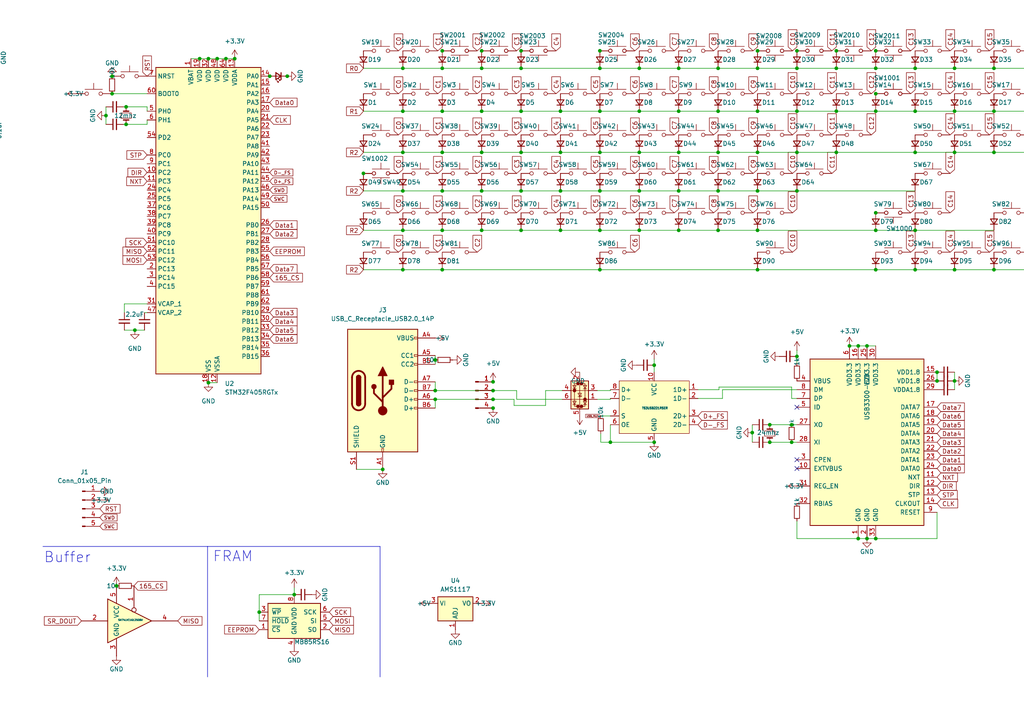
<source format=kicad_sch>
(kicad_sch (version 20240812) (generator "eeschema") (generator_version "8.99")
  (paper "A4")
  (lib_symbols
    (symbol "74xGxx:SN74LVC1G125DBV"
      (property "Reference" "U" (at -10.16 7.62 0))
      (property "Value" "SN74LVC1G125DBV" (at 2.54 -7.62 0))
      (symbol "SN74LVC1G125DBV_1_1"
        (pin input line (at -15.24 0 0) (length 7.62) (name "~") (number "2"))
        (pin power_in line (at -5.08 10.16 270) (length 5.08) (name "VCC") (number "5"))
        (pin power_in line (at -5.08 -10.16 90) (length 5.08) (name "GND") (number "3"))
        (pin input inverted (at 0 10.16 270) (length 7.62) (name "~") (number "1"))
        (pin tri_state line (at 12.7 0 180) (length 7.62) (name "~") (number "4"))
      )
    )
    (symbol "Connector:Conn_01x04_Pin" (pin_names (offset 1.016) hide)
      (property "Reference" "J" (at 0 5.08 0))
      (property "Value" "Conn_01x04_Pin" (at 0 -7.62 0))
      (symbol "Conn_01x04_Pin_1_1"
        (pin passive line (at 5.08 2.54 180) (length 3.81) (name "Pin_1") (number "1"))
        (pin passive line (at 5.08 0 180) (length 3.81) (name "Pin_2") (number "2"))
        (pin passive line (at 5.08 -2.54 180) (length 3.81) (name "Pin_3") (number "3"))
        (pin passive line (at 5.08 -5.08 180) (length 3.81) (name "Pin_4") (number "4"))
      )
    )
    (symbol "Connector:Conn_01x05_Pin" (pin_names (offset 1.016) hide)
      (property "Reference" "J" (at 0 7.62 0))
      (property "Value" "Conn_01x05_Pin" (at 0 -7.62 0))
      (symbol "Conn_01x05_Pin_1_1"
        (pin passive line (at 5.08 5.08 180) (length 3.81) (name "Pin_1") (number "1"))
        (pin passive line (at 5.08 2.54 180) (length 3.81) (name "Pin_2") (number "2"))
        (pin passive line (at 5.08 0 180) (length 3.81) (name "Pin_3") (number "3"))
        (pin passive line (at 5.08 -2.54 180) (length 3.81) (name "Pin_4") (number "4"))
        (pin passive line (at 5.08 -5.08 180) (length 3.81) (name "Pin_5") (number "5"))
      )
    )
    (symbol "Connector:USB_C_Receptacle_USB2.0_14P" (pin_names (offset 1.016))
      (property "Reference" "J" (at 0 22.225 0))
      (property "Value" "USB_C_Receptacle_USB2.0_14P" (at 0 19.685 0))
      (symbol "USB_C_Receptacle_USB2.0_14P_1_1"
        (pin passive line (at -7.62 -22.86 90) (length 5.08) (name "SHIELD") (number "S1"))
        (pin passive line (at 0 -22.86 90) (length 5.08) (name "GND") (number "A1"))
        (pin passive line (at 0 -22.86 90) (length 5.08) hide (name "GND") (number "A12"))
        (pin passive line (at 0 -22.86 90) (length 5.08) hide (name "GND") (number "B1"))
        (pin passive line (at 0 -22.86 90) (length 5.08) hide (name "GND") (number "B12"))
        (pin passive line (at 15.24 15.24 180) (length 5.08) (name "VBUS") (number "A4"))
        (pin passive line (at 15.24 15.24 180) (length 5.08) hide (name "VBUS") (number "A9"))
        (pin passive line (at 15.24 15.24 180) (length 5.08) hide (name "VBUS") (number "B4"))
        (pin passive line (at 15.24 15.24 180) (length 5.08) hide (name "VBUS") (number "B9"))
        (pin bidirectional line (at 15.24 10.16 180) (length 5.08) (name "CC1") (number "A5"))
        (pin bidirectional line (at 15.24 7.62 180) (length 5.08) (name "CC2") (number "B5"))
        (pin bidirectional line (at 15.24 2.54 180) (length 5.08) (name "D-") (number "A7"))
        (pin bidirectional line (at 15.24 0 180) (length 5.08) (name "D-") (number "B7"))
        (pin bidirectional line (at 15.24 -2.54 180) (length 5.08) (name "D+") (number "A6"))
        (pin bidirectional line (at 15.24 -5.08 180) (length 5.08) (name "D+") (number "B6"))
      )
    )
    (symbol "Device:C_Small" (pin_numbers hide) (pin_names (offset 0.254) hide)
      (property "Reference" "C" (at 0.254 1.778 0))
      (property "Value" "C_Small" (at 0.254 -2.032 0))
      (symbol "C_Small_1_1"
        (pin passive line (at 0 2.54 270) (length 2.032) (name "~") (number "1"))
        (pin passive line (at 0 -2.54 90) (length 2.032) (name "~") (number "2"))
      )
    )
    (symbol "Device:Crystal_Small" (pin_numbers hide) (pin_names (offset 1.016) hide)
      (property "Reference" "Y" (at 0 2.54 0))
      (property "Value" "Crystal_Small" (at 0 -2.54 0))
      (symbol "Crystal_Small_1_1"
        (pin passive line (at -2.54 0 0) (length 1.27) (name "1") (number "1"))
        (pin passive line (at 2.54 0 180) (length 1.27) (name "2") (number "2"))
      )
    )
    (symbol "Device:D_Small" (pin_numbers hide) (pin_names (offset 0.254) hide)
      (property "Reference" "D" (at -1.27 2.032 0))
      (property "Value" "D_Small" (at -3.81 -2.032 0))
      (symbol "D_Small_1_1"
        (pin passive line (at -2.54 0 0) (length 1.778) (name "K") (number "1"))
        (pin passive line (at 2.54 0 180) (length 1.778) (name "A") (number "2"))
      )
    )
    (symbol "Device:LED_Small" (pin_numbers hide) (pin_names (offset 0.254) hide)
      (property "Reference" "D" (at -1.27 3.175 0))
      (property "Value" "LED_Small" (at -4.445 -2.54 0))
      (symbol "LED_Small_1_1"
        (pin passive line (at -2.54 0 0) (length 1.778) (name "K") (number "1"))
        (pin passive line (at 2.54 0 180) (length 1.778) (name "A") (number "2"))
      )
    )
    (symbol "Device:R_Small" (pin_numbers hide) (pin_names (offset 0.254) hide)
      (property "Reference" "R" (at 0.762 0.508 0))
      (property "Value" "R_Small" (at 0.762 -1.016 0))
      (symbol "R_Small_1_1"
        (pin passive line (at 0 2.54 270) (length 0.762) (name "~") (number "1"))
        (pin passive line (at 0 -2.54 90) (length 0.762) (name "~") (number "2"))
      )
    )
    (symbol "Interface_USB:USB3300-EZK" (pin_names (offset 1.016))
      (property "Reference" "U" (at 0 1.27 0))
      (property "Value" "USB3300-EZK" (at 0 -1.27 0))
      (symbol "USB3300-EZK_1_1"
        (pin power_in line (at -20.32 17.78 0) (length 3.81) (name "VBUS") (number "4"))
        (pin bidirectional line (at -20.32 15.24 0) (length 3.81) (name "DM") (number "8"))
        (pin bidirectional line (at -20.32 12.7 0) (length 3.81) (name "DP") (number "7"))
        (pin input line (at -20.32 10.16 0) (length 3.81) (name "ID") (number "5"))
        (pin output line (at -20.32 5.08 0) (length 3.81) (name "XO") (number "27"))
        (pin input line (at -20.32 0 0) (length 3.81) (name "XI") (number "28"))
        (pin output line (at -20.32 -5.08 0) (length 3.81) (name "CPEN") (number "3"))
        (pin input line (at -20.32 -7.62 0) (length 3.81) (name "EXTVBUS") (number "10"))
        (pin bidirectional line (at -20.32 -12.7 0) (length 3.81) (name "REG_EN") (number "31"))
        (pin passive line (at -20.32 -17.78 0) (length 3.81) (name "RBIAS") (number "32"))
        (pin power_in line (at -5.08 27.94 270) (length 3.81) (name "VDD3.3") (number "6"))
        (pin power_in line (at -2.54 27.94 270) (length 3.81) (name "VDD3.3") (number "16"))
        (pin power_in line (at -2.54 -27.94 90) (length 3.81) (name "GND") (number "1"))
        (pin power_in line (at 0 27.94 270) (length 3.81) (name "VDD3.3") (number "25"))
        (pin power_in line (at 0 -27.94 90) (length 3.81) (name "GND") (number "2"))
        (pin power_in line (at 2.54 27.94 270) (length 3.81) (name "VDD3.3") (number "30"))
        (pin power_in line (at 2.54 -27.94 90) (length 3.81) (name "GND") (number "33"))
        (pin power_out line (at 20.32 20.32 180) (length 3.81) (name "VDD1.8") (number "15"))
        (pin power_out line (at 20.32 17.78 180) (length 3.81) (name "VDD1.8") (number "26"))
        (pin power_out line (at 20.32 15.24 180) (length 3.81) (name "VDDA1.8") (number "29"))
        (pin bidirectional line (at 20.32 10.16 180) (length 3.81) (name "DATA7") (number "17"))
        (pin bidirectional line (at 20.32 7.62 180) (length 3.81) (name "DATA6") (number "18"))
        (pin bidirectional line (at 20.32 5.08 180) (length 3.81) (name "DATA5") (number "19"))
        (pin bidirectional line (at 20.32 2.54 180) (length 3.81) (name "DATA4") (number "20"))
        (pin bidirectional line (at 20.32 0 180) (length 3.81) (name "DATA3") (number "21"))
        (pin bidirectional line (at 20.32 -2.54 180) (length 3.81) (name "DATA2") (number "22"))
        (pin bidirectional line (at 20.32 -5.08 180) (length 3.81) (name "DATA1") (number "23"))
        (pin bidirectional line (at 20.32 -7.62 180) (length 3.81) (name "DATA0") (number "24"))
        (pin output line (at 20.32 -10.16 180) (length 3.81) (name "NXT") (number "11"))
        (pin output line (at 20.32 -12.7 180) (length 3.81) (name "DIR") (number "12"))
        (pin input line (at 20.32 -15.24 180) (length 3.81) (name "STP") (number "13"))
        (pin output line (at 20.32 -17.78 180) (length 3.81) (name "CLKOUT") (number "14"))
        (pin input line (at 20.32 -20.32 180) (length 3.81) (name "RESET") (number "9"))
      )
    )
    (symbol "MCU_ST_STM32F4:STM32F405RGTx"
      (property "Reference" "U" (at -15.24 46.99 0))
      (property "Value" "STM32F405RGTx" (at 10.16 46.99 0))
      (symbol "STM32F405RGTx_1_1"
        (pin input line (at -17.78 43.18 0) (length 2.54) (name "NRST") (number "7"))
        (pin input line (at -17.78 38.1 0) (length 2.54) (name "BOOT0") (number "60"))
        (pin bidirectional line (at -17.78 33.02 0) (length 2.54) (name "PH0") (number "5"))
        (pin bidirectional line (at -17.78 30.48 0) (length 2.54) (name "PH1") (number "6"))
        (pin bidirectional line (at -17.78 25.4 0) (length 2.54) (name "PD2") (number "54"))
        (pin bidirectional line (at -17.78 20.32 0) (length 2.54) (name "PC0") (number "8"))
        (pin bidirectional line (at -17.78 17.78 0) (length 2.54) (name "PC1") (number "9"))
        (pin bidirectional line (at -17.78 15.24 0) (length 2.54) (name "PC2") (number "10"))
        (pin bidirectional line (at -17.78 12.7 0) (length 2.54) (name "PC3") (number "11"))
        (pin bidirectional line (at -17.78 10.16 0) (length 2.54) (name "PC4") (number "24"))
        (pin bidirectional line (at -17.78 7.62 0) (length 2.54) (name "PC5") (number "25"))
        (pin bidirectional line (at -17.78 5.08 0) (length 2.54) (name "PC6") (number "37"))
        (pin bidirectional line (at -17.78 2.54 0) (length 2.54) (name "PC7") (number "38"))
        (pin bidirectional line (at -17.78 0 0) (length 2.54) (name "PC8") (number "39"))
        (pin bidirectional line (at -17.78 -2.54 0) (length 2.54) (name "PC9") (number "40"))
        (pin bidirectional line (at -17.78 -5.08 0) (length 2.54) (name "PC10") (number "51"))
        (pin bidirectional line (at -17.78 -7.62 0) (length 2.54) (name "PC11") (number "52"))
        (pin bidirectional line (at -17.78 -10.16 0) (length 2.54) (name "PC12") (number "53"))
        (pin bidirectional line (at -17.78 -12.7 0) (length 2.54) (name "PC13") (number "2"))
        (pin bidirectional line (at -17.78 -15.24 0) (length 2.54) (name "PC14") (number "3"))
        (pin bidirectional line (at -17.78 -17.78 0) (length 2.54) (name "PC15") (number "4"))
        (pin power_out line (at -17.78 -22.86 0) (length 2.54) (name "VCAP_1") (number "31"))
        (pin power_out line (at -17.78 -25.4 0) (length 2.54) (name "VCAP_2") (number "47"))
        (pin power_in line (at -5.08 48.26 270) (length 2.54) (name "VBAT") (number "1"))
        (pin power_in line (at -2.54 48.26 270) (length 2.54) (name "VDD") (number "19"))
        (pin power_in line (at 0 48.26 270) (length 2.54) (name "VDD") (number "32"))
        (pin power_in line (at 0 -45.72 90) (length 2.54) (name "VSS") (number "18"))
        (pin passive line (at 0 -45.72 90) (length 2.54) hide (name "VSS") (number "63"))
        (pin power_in line (at 2.54 48.26 270) (length 2.54) (name "VDD") (number "48"))
        (pin power_in line (at 2.54 -45.72 90) (length 2.54) (name "VSSA") (number "12"))
        (pin power_in line (at 5.08 48.26 270) (length 2.54) (name "VDD") (number "64"))
        (pin power_in line (at 7.62 48.26 270) (length 2.54) (name "VDDA") (number "13"))
        (pin bidirectional line (at 17.78 43.18 180) (length 2.54) (name "PA0") (number "14"))
        (pin bidirectional line (at 17.78 40.64 180) (length 2.54) (name "PA1") (number "15"))
        (pin bidirectional line (at 17.78 38.1 180) (length 2.54) (name "PA2") (number "16"))
        (pin bidirectional line (at 17.78 35.56 180) (length 2.54) (name "PA3") (number "17"))
        (pin bidirectional line (at 17.78 33.02 180) (length 2.54) (name "PA4") (number "20"))
        (pin bidirectional line (at 17.78 30.48 180) (length 2.54) (name "PA5") (number "21"))
        (pin bidirectional line (at 17.78 27.94 180) (length 2.54) (name "PA6") (number "22"))
        (pin bidirectional line (at 17.78 25.4 180) (length 2.54) (name "PA7") (number "23"))
        (pin bidirectional line (at 17.78 22.86 180) (length 2.54) (name "PA8") (number "41"))
        (pin bidirectional line (at 17.78 20.32 180) (length 2.54) (name "PA9") (number "42"))
        (pin bidirectional line (at 17.78 17.78 180) (length 2.54) (name "PA10") (number "43"))
        (pin bidirectional line (at 17.78 15.24 180) (length 2.54) (name "PA11") (number "44"))
        (pin bidirectional line (at 17.78 12.7 180) (length 2.54) (name "PA12") (number "45"))
        (pin bidirectional line (at 17.78 10.16 180) (length 2.54) (name "PA13") (number "46"))
        (pin bidirectional line (at 17.78 7.62 180) (length 2.54) (name "PA14") (number "49"))
        (pin bidirectional line (at 17.78 5.08 180) (length 2.54) (name "PA15") (number "50"))
        (pin bidirectional line (at 17.78 0 180) (length 2.54) (name "PB0") (number "26"))
        (pin bidirectional line (at 17.78 -2.54 180) (length 2.54) (name "PB1") (number "27"))
        (pin bidirectional line (at 17.78 -5.08 180) (length 2.54) (name "PB2") (number "28"))
        (pin bidirectional line (at 17.78 -7.62 180) (length 2.54) (name "PB3") (number "55"))
        (pin bidirectional line (at 17.78 -10.16 180) (length 2.54) (name "PB4") (number "56"))
        (pin bidirectional line (at 17.78 -12.7 180) (length 2.54) (name "PB5") (number "57"))
        (pin bidirectional line (at 17.78 -15.24 180) (length 2.54) (name "PB6") (number "58"))
        (pin bidirectional line (at 17.78 -17.78 180) (length 2.54) (name "PB7") (number "59"))
        (pin bidirectional line (at 17.78 -20.32 180) (length 2.54) (name "PB8") (number "61"))
        (pin bidirectional line (at 17.78 -22.86 180) (length 2.54) (name "PB9") (number "62"))
        (pin bidirectional line (at 17.78 -25.4 180) (length 2.54) (name "PB10") (number "29"))
        (pin bidirectional line (at 17.78 -27.94 180) (length 2.54) (name "PB11") (number "30"))
        (pin bidirectional line (at 17.78 -30.48 180) (length 2.54) (name "PB12") (number "33"))
        (pin bidirectional line (at 17.78 -33.02 180) (length 2.54) (name "PB13") (number "34"))
        (pin bidirectional line (at 17.78 -35.56 180) (length 2.54) (name "PB14") (number "35"))
        (pin bidirectional line (at 17.78 -38.1 180) (length 2.54) (name "PB15") (number "36"))
      )
    )
    (symbol "Memory_NVRAM:MB85RS16" (pin_names (offset 1.016))
      (property "Reference" "U" (at -7.62 6.35 0))
      (property "Value" "MB85RS16" (at 1.27 6.35 0))
      (symbol "MB85RS16_1_1"
        (pin input line (at -10.16 2.54 0) (length 2.54) (name "~{WP}") (number "3"))
        (pin input line (at -10.16 0 0) (length 2.54) (name "~{HOLD}") (number "7"))
        (pin input line (at -10.16 -2.54 0) (length 2.54) (name "~{CS}") (number "1"))
        (pin power_in line (at 0 7.62 270) (length 2.54) (name "VDD") (number "8"))
        (pin power_in line (at 0 -7.62 90) (length 2.54) (name "GND") (number "4"))
        (pin input line (at 10.16 2.54 180) (length 2.54) (name "SCK") (number "6"))
        (pin input line (at 10.16 0 180) (length 2.54) (name "SI") (number "5"))
        (pin output line (at 10.16 -2.54 180) (length 2.54) (name "SO") (number "2"))
      )
    )
    (symbol "Power_Protection:USBLC6-2SC6" (pin_names hide)
      (property "Reference" "U" (at 0.635 5.715 0))
      (property "Value" "USBLC6-2SC6" (at 0.635 3.81 0))
      (symbol "USBLC6-2SC6_1_1"
        (pin passive line (at -5.08 0 0) (length 2.54) (name "I/O1") (number "1"))
        (pin passive line (at -5.08 -2.54 0) (length 2.54) (name "I/O2") (number "3"))
        (pin passive line (at 0 5.08 270) (length 2.54) (name "VBUS") (number "5"))
        (pin passive line (at 0 -7.62 90) (length 2.54) (name "GND") (number "2"))
        (pin passive line (at 5.08 0 180) (length 2.54) (name "I/O1") (number "6"))
        (pin passive line (at 5.08 -2.54 180) (length 2.54) (name "I/O2") (number "4"))
      )
    )
    (symbol "Regulator_Linear:AMS1117"
      (property "Reference" "U" (at -3.81 3.175 0))
      (property "Value" "AMS1117" (at 0 3.175 0))
      (symbol "AMS1117_1_1"
        (pin power_in line (at -7.62 0 0) (length 2.54) (name "VI") (number "3"))
        (pin input line (at 0 -7.62 90) (length 2.54) (name "ADJ") (number "1"))
        (pin power_out line (at 7.62 0 180) (length 2.54) (name "VO") (number "2"))
      )
    )
    (symbol "Switch:SW_Push" (pin_numbers hide) (pin_names (offset 1.016) hide)
      (property "Reference" "SW" (at 1.27 2.54 0))
      (property "Value" "SW_Push" (at 0 -1.524 0))
      (symbol "SW_Push_0_1"
        (pin passive line (at -5.08 0 0) (length 2.54) (name "1") (number "1"))
        (pin passive line (at 5.08 0 180) (length 2.54) (name "2") (number "2"))
      )
    )
    (symbol "power:+3.3V" (power) (pin_numbers hide) (pin_names (offset 0) hide)
      (property "Value" "+3.3V" (at 0 3.556 0))
      (symbol "+3.3V_1_1"
        (pin power_in line (at 0 0 90) (length 0) (name "~") (number "1"))
      )
    )
    (symbol "power:+5V" (power) (pin_numbers hide) (pin_names (offset 0) hide)
      (property "Value" "+5V" (at 0 3.556 0))
      (symbol "+5V_1_1"
        (pin power_in line (at 0 0 90) (length 0) (name "~") (number "1"))
      )
    )
    (symbol "power:GND" (power) (pin_numbers hide) (pin_names (offset 0) hide)
      (property "Value" "GND" (at 0 -3.81 0))
      (symbol "GND_1_1"
        (pin power_in line (at 0 0 270) (length 0) (name "~") (number "1"))
      )
    )
    (symbol "stm32f072:TS3USB221RSER"
      (property "Reference" "U2" (at 2.0194 -12.7 0))
      (property "Value" "TS3USB221RSER" (at 2.0194 -10.16 0))
      (symbol "TS3USB221RSER_1_1"
        (pin input line (at -12.7 5.08 0) (length 2.54) (name "D+") (number "8"))
        (pin input line (at -12.7 2.54 0) (length 2.54) (name "D-") (number "7"))
        (pin input line (at -12.7 -2.54 0) (length 2.54) (name "S") (number "9"))
        (pin input line (at -12.7 -5.08 0) (length 2.54) (name "OE") (number "6"))
        (pin input line (at 0 10.16 270) (length 2.54) (name "VCC") (number "10"))
        (pin input line (at 0 -10.16 90) (length 2.54) (name "GND") (number "5"))
        (pin input line (at 12.7 5.08 180) (length 2.54) (name "1D+") (number "1"))
        (pin input line (at 12.7 2.54 180) (length 2.54) (name "1D-") (number "2"))
        (pin input line (at 12.7 -2.54 180) (length 2.54) (name "2D+") (number "3"))
        (pin input line (at 12.7 -5.08 180) (length 2.54) (name "2D-") (number "4"))
      )
    )
  )
  (text "Buffer\n" (at 19.558 161.798 0) (effects (font (size 3 3))))
  (text "FRAM\n" (at 67.564 161.544 0) (effects (font (size 3 3))))
  (junction (at 196.85 44.196))
  (junction (at 65.532 17.018))
  (junction (at 271.78 110.49))
  (junction (at 288.29 78.232))
  (junction (at 173.99 14.732))
  (junction (at 162.56 66.802))
  (junction (at 254 19.812))
  (junction (at 116.84 78.232))
  (junction (at 276.86 32.258))
  (junction (at 162.56 55.372))
  (junction (at 265.43 44.196))
  (junction (at 251.46 100.33))
  (junction (at 276.86 110.49))
  (junction (at 139.7 55.372))
  (junction (at 151.13 66.802))
  (junction (at 128.27 44.196))
  (junction (at 116.84 66.802))
  (junction (at 208.28 32.258))
  (junction (at 288.29 44.196))
  (junction (at 219.71 32.258))
  (junction (at 105.41 50.292))
  (junction (at 185.42 32.258))
  (junction (at 254 61.722))
  (junction (at 128.27 32.258))
  (junction (at 62.992 17.018))
  (junction (at 116.84 32.258))
  (junction (at 173.99 78.232))
  (junction (at 128.27 14.732))
  (junction (at 254 156.21))
  (junction (at 208.28 44.196))
  (junction (at 128.27 78.232))
  (junction (at 242.57 14.732))
  (junction (at 265.43 19.812))
  (junction (at -2.794 55.88))
  (junction (at 254 14.732))
  (junction (at 196.85 19.812))
  (junction (at 151.13 19.812))
  (junction (at -2.794 38.1))
  (junction (at 231.14 55.372))
  (junction (at 68.072 17.018))
  (junction (at 139.7 32.258))
  (junction (at 110.998 136.144))
  (junction (at 219.71 14.732))
  (junction (at -7.874 38.1))
  (junction (at 219.71 19.812))
  (junction (at 78.232 22.098))
  (junction (at 60.452 17.018))
  (junction (at 128.27 19.812))
  (junction (at -2.794 16.764))
  (junction (at -7.874 48.768))
  (junction (at 208.28 55.372))
  (junction (at 196.85 66.802))
  (junction (at 248.92 100.33))
  (junction (at 36.576 36.068))
  (junction (at -7.874 55.88))
  (junction (at 254 66.802))
  (junction (at 254 32.258))
  (junction (at -2.794 34.544))
  (junction (at 139.7 66.802))
  (junction (at 271.78 107.95))
  (junction (at 126.238 104.394))
  (junction (at 276.86 44.196))
  (junction (at 128.27 66.802))
  (junction (at 219.71 44.196))
  (junction (at 231.14 44.196))
  (junction (at 229.616 123.19))
  (junction (at 116.84 19.812))
  (junction (at 126.238 115.824))
  (junction (at 57.912 17.018))
  (junction (at 33.782 169.926))
  (junction (at 126.238 113.284))
  (junction (at 173.99 19.812))
  (junction (at 288.29 32.258))
  (junction (at 246.38 100.33))
  (junction (at 196.85 32.258))
  (junction (at -7.874 30.988))
  (junction (at -7.874 45.212))
  (junction (at 265.43 32.258))
  (junction (at 231.14 19.812))
  (junction (at 254 78.232))
  (junction (at 143.002 115.824))
  (junction (at 177.038 128.27))
  (junction (at 218.186 125.476))
  (junction (at 162.56 32.258))
  (junction (at 242.57 19.812))
  (junction (at 231.14 32.258))
  (junction (at 143.002 113.284))
  (junction (at 185.42 19.812))
  (junction (at 265.43 78.232))
  (junction (at 173.99 55.372))
  (junction (at 219.71 66.802))
  (junction (at 254 27.178))
  (junction (at 139.7 14.732))
  (junction (at -2.794 45.212))
  (junction (at 36.576 30.988))
  (junction (at 189.738 128.27))
  (junction (at 30.734 33.528))
  (junction (at 219.71 78.232))
  (junction (at 189.738 105.918))
  (junction (at -2.794 20.32))
  (junction (at 60.452 110.998))
  (junction (at -2.794 27.432))
  (junction (at 173.99 32.258))
  (junction (at 32.512 22.098))
  (junction (at 242.57 44.196))
  (junction (at 288.29 19.812))
  (junction (at 162.56 44.196))
  (junction (at 151.13 32.258))
  (junction (at 231.14 103.378))
  (junction (at 116.84 44.196))
  (junction (at 185.42 44.196))
  (junction (at 151.13 44.196))
  (junction (at -2.794 23.876))
  (junction (at 116.84 55.372))
  (junction (at 223.266 123.19))
  (junction (at 32.512 27.178))
  (junction (at 208.28 66.802))
  (junction (at 151.13 55.372))
  (junction (at 139.7 19.812))
  (junction (at 151.13 14.732))
  (junction (at 219.71 55.372))
  (junction (at -7.874 41.656))
  (junction (at 276.86 19.812))
  (junction (at 231.14 14.732))
  (junction (at 185.42 55.372))
  (junction (at 128.27 55.372))
  (junction (at 265.43 66.802))
  (junction (at 185.42 66.802))
  (junction (at 143.002 118.364))
  (junction (at 39.116 95.758))
  (junction (at 223.266 128.27))
  (junction (at -2.794 48.768))
  (junction (at 276.86 78.232))
  (junction (at 75.184 177.546))
  (junction (at 173.99 66.802))
  (junction (at 173.99 44.196))
  (junction (at -7.874 27.432))
  (junction (at 251.46 156.21))
  (junction (at -7.874 52.324))
  (junction (at -2.794 52.324))
  (junction (at -7.874 16.764))
  (junction (at -2.794 30.988))
  (junction (at 208.28 19.812))
  (junction (at 229.616 128.27))
  (junction (at 83.312 22.098))
  (junction (at -2.794 41.656))
  (junction (at 139.7 44.196))
  (junction (at 248.92 156.21))
  (junction (at -7.874 23.876))
  (junction (at 85.344 172.466))
  (junction (at 196.85 55.372))
  (junction (at -7.874 20.32))
  (junction (at -7.874 34.544))
  (junction (at 143.002 110.744))
  (junction (at 242.57 32.258))
  (no_connect (at 231.14 133.35))
  (no_connect (at 231.14 135.89))
  (no_connect (at 231.14 118.11))
  (wire (pts (xy 139.7 66.802) (xy 151.13 66.802)))
  (wire (pts (xy 163.068 115.824) (xy 149.86 115.824)))
  (wire (pts (xy 251.46 156.21) (xy 254 156.21)))
  (wire (pts (xy 65.532 17.018) (xy 68.072 17.018)))
  (wire (pts (xy 288.29 44.196) (xy 299.72 44.196)))
  (wire (pts (xy 208.28 66.802) (xy 219.71 66.802)))
  (wire (pts (xy 248.92 156.21) (xy 251.46 156.21)))
  (wire (pts (xy 149.098 117.602) (xy 149.098 115.824)))
  (wire (pts (xy 251.46 100.33) (xy 254 100.33)))
  (wire (pts (xy 208.28 19.812) (xy 219.71 19.812)))
  (wire (pts (xy 177.038 123.19) (xy 177.038 128.27)))
  (wire (pts (xy 55.372 17.018) (xy 57.912 17.018)))
  (wire (pts (xy 60.452 17.018) (xy 62.992 17.018)))
  (wire (pts (xy 223.266 123.19) (xy 229.616 123.19)))
  (wire (pts (xy 265.43 44.196) (xy 276.86 44.196)))
  (wire (pts (xy 105.41 66.802) (xy 116.84 66.802)))
  (wire (pts (xy -7.874 45.212) (xy -7.874 48.768)))
  (wire (pts (xy 35.814 30.988) (xy 36.576 30.988)))
  (wire (pts (xy 173.99 78.232) (xy 219.71 78.232)))
  (wire (pts (xy 276.86 32.258) (xy 288.29 32.258)))
  (wire (pts (xy -2.794 23.876) (xy -2.794 27.432)))
  (wire (pts (xy 139.7 44.196) (xy 151.13 44.196)))
  (wire (pts (xy 139.7 19.812) (xy 151.13 19.812)))
  (wire (pts (xy 231.14 156.21) (xy 248.92 156.21)))
  (wire (pts (xy 254 156.21) (xy 271.78 156.21)))
  (wire (pts (xy 196.85 32.258) (xy 208.28 32.258)))
  (wire (pts (xy 162.56 55.372) (xy 173.99 55.372)))
  (wire (pts (xy 42.672 32.258) (xy 42.672 30.988)))
  (wire (pts (xy 177.038 113.284) (xy 177.038 113.03)))
  (wire (pts (xy 158.242 113.284) (xy 158.242 117.602)))
  (wire (pts (xy 60.452 110.998) (xy 62.992 110.998)))
  (wire (pts (xy 128.27 44.196) (xy 139.7 44.196)))
  (wire (pts (xy 105.41 32.258) (xy 116.84 32.258)))
  (wire (pts (xy 36.068 90.678) (xy 36.068 88.138)))
  (wire (pts (xy -7.874 23.876) (xy -7.874 27.432)))
  (wire (pts (xy -2.794 20.32) (xy -2.794 23.876)))
  (wire (pts (xy 185.42 55.372) (xy 196.85 55.372)))
  (wire (pts (xy 218.186 125.476) (xy 218.186 128.27)))
  (wire (pts (xy 126.238 104.394) (xy 126.238 105.664)))
  (wire (pts (xy -2.794 30.988) (xy -2.794 34.544)))
  (wire (pts (xy 276.86 78.232) (xy 288.29 78.232)))
  (wire (pts (xy 196.85 19.812) (xy 208.28 19.812)))
  (wire (pts (xy 151.13 19.812) (xy 173.99 19.812)))
  (wire (pts (xy 254 19.812) (xy 265.43 19.812)))
  (wire (pts (xy -2.794 55.88) (xy -2.794 59.436)))
  (wire (pts (xy 265.43 78.232) (xy 276.86 78.232)))
  (wire (pts (xy 174.244 128.27) (xy 177.038 128.27)))
  (wire (pts (xy 126.238 103.124) (xy 126.238 104.394)))
  (wire (pts (xy 229.616 128.27) (xy 231.14 128.27)))
  (wire (pts (xy -2.794 16.764) (xy -2.794 20.32)))
  (wire (pts (xy 162.56 66.802) (xy 173.99 66.802)))
  (wire (pts (xy 231.14 44.196) (xy 242.57 44.196)))
  (wire (pts (xy 30.734 33.528) (xy 30.734 30.988)))
  (wire (pts (xy 196.85 66.802) (xy 208.28 66.802)))
  (wire (pts (xy 151.13 32.258) (xy 162.56 32.258)))
  (wire (pts (xy 128.27 55.372) (xy 139.7 55.372)))
  (wire (pts (xy 173.99 44.196) (xy 185.42 44.196)))
  (wire (pts (xy 208.534 113.03) (xy 208.534 112.268)))
  (wire (pts (xy 288.29 19.812) (xy 299.72 19.812)))
  (wire (pts (xy 126.238 115.824) (xy 143.002 115.824)))
  (wire (pts (xy 276.86 110.49) (xy 276.86 113.03)))
  (wire (pts (xy 246.38 100.33) (xy 248.92 100.33)))
  (wire (pts (xy 42.672 34.798) (xy 42.672 36.068)))
  (wire (pts (xy 231.14 19.812) (xy 242.57 19.812)))
  (wire (pts (xy 168.148 108.204) (xy 168.148 107.95)))
  (wire (pts (xy 57.912 17.018) (xy 60.452 17.018)))
  (wire (pts (xy 242.57 32.258) (xy 254 32.258)))
  (wire (pts (xy -2.794 48.768) (xy -2.794 52.324)))
  (wire (pts (xy 276.86 107.95) (xy 276.86 110.49)))
  (wire (pts (xy 196.85 44.196) (xy 208.28 44.196)))
  (wire (pts (xy 173.99 66.802) (xy 185.42 66.802)))
  (wire (pts (xy 242.57 19.812) (xy 254 19.812)))
  (wire (pts (xy -7.874 27.432) (xy -7.874 30.988)))
  (wire (pts (xy 242.57 44.196) (xy 265.43 44.196)))
  (wire (pts (xy 36.576 36.068) (xy 42.672 36.068)))
  (wire (pts (xy 185.42 66.802) (xy 196.85 66.802)))
  (wire (pts (xy 75.184 177.546) (xy 75.184 172.466)))
  (wire (pts (xy -7.874 20.32) (xy -7.874 23.876)))
  (wire (pts (xy 185.42 44.196) (xy 196.85 44.196)))
  (wire (pts (xy 254 66.802) (xy 265.43 66.802)))
  (wire (pts (xy 229.616 112.268) (xy 229.616 115.57)))
  (polyline (pts (xy 60.198 158.496) (xy 110.236 158.496)))
  (wire (pts (xy 128.27 32.258) (xy 139.7 32.258)))
  (wire (pts (xy 248.92 100.33) (xy 251.46 100.33)))
  (wire (pts (xy 231.14 55.372) (xy 265.43 55.372)))
  (wire (pts (xy -7.874 30.988) (xy -7.874 34.544)))
  (wire (pts (xy 208.28 32.258) (xy 219.71 32.258)))
  (wire (pts (xy 209.55 115.57) (xy 202.438 115.57)))
  (wire (pts (xy 126.238 110.744) (xy 126.238 113.284)))
  (wire (pts (xy 185.42 32.258) (xy 196.85 32.258)))
  (wire (pts (xy 177.038 128.27) (xy 189.738 128.27)))
  (wire (pts (xy 231.14 151.13) (xy 231.14 156.21)))
  (wire (pts (xy 168.148 120.904) (xy 168.148 120.65)))
  (wire (pts (xy 265.43 32.258) (xy 276.86 32.258)))
  (wire (pts (xy 173.228 115.824) (xy 177.038 115.824)))
  (wire (pts (xy 173.99 32.258) (xy 185.42 32.258)))
  (wire (pts (xy 75.184 172.466) (xy 85.344 172.466)))
  (wire (pts (xy -2.794 38.1) (xy -2.794 41.656)))
  (wire (pts (xy 173.99 55.372) (xy 185.42 55.372)))
  (polyline (pts (xy 110.236 158.496) (xy 110.236 196.342)))
  (wire (pts (xy 139.7 55.372) (xy 151.13 55.372)))
  (wire (pts (xy 276.86 44.196) (xy 288.29 44.196)))
  (wire (pts (xy 173.99 19.812) (xy 185.42 19.812)))
  (wire (pts (xy 162.56 44.196) (xy 173.99 44.196)))
  (wire (pts (xy 231.14 113.03) (xy 209.55 113.03)))
  (wire (pts (xy -2.794 45.212) (xy -2.794 48.768)))
  (wire (pts (xy 254 32.258) (xy 265.43 32.258)))
  (wire (pts (xy 36.068 88.138) (xy 42.672 88.138)))
  (wire (pts (xy -2.794 52.324) (xy -2.794 55.88)))
  (wire (pts (xy -7.874 52.324) (xy -7.874 55.88)))
  (polyline (pts (xy 60.198 196.342) (xy 60.198 158.496)))
  (wire (pts (xy 271.78 107.95) (xy 271.78 110.49)))
  (wire (pts (xy 219.71 32.258) (xy 231.14 32.258)))
  (wire (pts (xy 139.7 32.258) (xy 151.13 32.258)))
  (wire (pts (xy 185.42 19.812) (xy 196.85 19.812)))
  (wire (pts (xy 223.266 128.27) (xy 229.616 128.27)))
  (wire (pts (xy -7.874 41.656) (xy -7.874 45.212)))
  (wire (pts (xy -7.874 55.88) (xy -7.874 59.436)))
  (wire (pts (xy 231.14 103.378) (xy 231.14 105.41)))
  (wire (pts (xy 174.244 125.73) (xy 174.244 128.27)))
  (wire (pts (xy 196.85 55.372) (xy 208.28 55.372)))
  (wire (pts (xy -7.874 16.764) (xy -7.874 20.32)))
  (wire (pts (xy 231.14 32.258) (xy 242.57 32.258)))
  (wire (pts (xy 149.86 115.824) (xy 149.86 113.284)))
  (wire (pts (xy 288.29 78.232) (xy 299.72 78.232)))
  (wire (pts (xy 162.56 32.258) (xy 173.99 32.258)))
  (wire (pts (xy 208.534 112.268) (xy 229.616 112.268)))
  (wire (pts (xy 231.14 101.6) (xy 231.14 103.378)))
  (wire (pts (xy 128.27 19.812) (xy 139.7 19.812)))
  (wire (pts (xy -7.874 38.1) (xy -7.874 41.656)))
  (wire (pts (xy 32.512 27.178) (xy 42.672 27.178)))
  (wire (pts (xy 128.27 66.802) (xy 139.7 66.802)))
  (wire (pts (xy -2.794 27.432) (xy -2.794 30.988)))
  (wire (pts (xy 208.28 55.372) (xy 219.71 55.372)))
  (wire (pts (xy 75.184 180.086) (xy 75.184 177.546)))
  (wire (pts (xy 151.13 44.196) (xy 162.56 44.196)))
  (wire (pts (xy 151.13 66.802) (xy 162.56 66.802)))
  (wire (pts (xy 128.27 78.232) (xy 173.99 78.232)))
  (wire (pts (xy 62.992 17.018) (xy 65.532 17.018)))
  (wire (pts (xy 208.28 44.196) (xy 219.71 44.196)))
  (wire (pts (xy 116.84 32.258) (xy 128.27 32.258)))
  (wire (pts (xy 105.41 55.372) (xy 116.84 55.372)))
  (wire (pts (xy 126.238 113.284) (xy 143.002 113.284)))
  (wire (pts (xy 36.576 30.988) (xy 42.672 30.988)))
  (wire (pts (xy 30.734 33.528) (xy 30.734 36.068)))
  (wire (pts (xy 202.438 113.03) (xy 208.534 113.03)))
  (wire (pts (xy 219.71 78.232) (xy 254 78.232)))
  (wire (pts (xy 32.258 27.178) (xy 32.512 27.178)))
  (wire (pts (xy 105.41 19.812) (xy 116.84 19.812)))
  (wire (pts (xy -7.874 48.768) (xy -7.874 52.324)))
  (wire (pts (xy 173.228 113.284) (xy 177.038 113.284)))
  (wire (pts (xy 116.84 78.232) (xy 128.27 78.232)))
  (wire (pts (xy 126.238 115.824) (xy 126.238 118.364)))
  (wire (pts (xy 276.86 19.812) (xy 288.29 19.812)))
  (wire (pts (xy 36.068 95.758) (xy 39.116 95.758)))
  (wire (pts (xy 39.116 95.758) (xy 41.91 95.758)))
  (wire (pts (xy 85.344 170.434) (xy 85.344 172.466)))
  (wire (pts (xy 265.43 19.812) (xy 276.86 19.812)))
  (wire (pts (xy 189.738 104.14) (xy 189.738 105.918)))
  (wire (pts (xy 41.91 90.678) (xy 42.672 90.678)))
  (wire (pts (xy 229.616 115.57) (xy 231.14 115.57)))
  (wire (pts (xy 116.84 66.802) (xy 128.27 66.802)))
  (wire (pts (xy 219.71 44.196) (xy 231.14 44.196)))
  (wire (pts (xy 219.71 66.802) (xy 254 66.802)))
  (wire (pts (xy 105.41 44.196) (xy 116.84 44.196)))
  (wire (pts (xy 35.814 36.068) (xy 36.576 36.068)))
  (polyline (pts (xy 12.446 158.496) (xy 60.198 158.496)))
  (wire (pts (xy 219.71 19.812) (xy 231.14 19.812)))
  (wire (pts (xy 116.84 44.196) (xy 128.27 44.196)))
  (wire (pts (xy 229.616 123.19) (xy 231.14 123.19)))
  (wire (pts (xy 149.098 115.824) (xy 143.002 115.824)))
  (wire (pts (xy 116.84 55.372) (xy 128.27 55.372)))
  (wire (pts (xy 163.068 113.284) (xy 158.242 113.284)))
  (wire (pts (xy -2.794 41.656) (xy -2.794 45.212)))
  (wire (pts (xy 105.41 78.232) (xy 116.84 78.232)))
  (wire (pts (xy 189.738 105.918) (xy 189.738 107.95)))
  (wire (pts (xy 158.242 117.602) (xy 149.098 117.602)))
  (wire (pts (xy 174.244 120.65) (xy 177.038 120.65)))
  (wire (pts (xy -7.874 34.544) (xy -7.874 38.1)))
  (wire (pts (xy 288.29 32.258) (xy 299.72 32.258)))
  (wire (pts (xy 177.038 115.824) (xy 177.038 115.57)))
  (wire (pts (xy -2.794 34.544) (xy -2.794 38.1)))
  (wire (pts (xy 265.43 66.802) (xy 288.29 66.802)))
  (wire (pts (xy 149.86 113.284) (xy 143.002 113.284)))
  (wire (pts (xy 209.55 113.03) (xy 209.55 115.57)))
  (wire (pts (xy 219.71 55.372) (xy 231.14 55.372)))
  (wire (pts (xy 271.78 148.59) (xy 271.78 156.21)))
  (wire (pts (xy 151.13 55.372) (xy 162.56 55.372)))
  (wire (pts (xy 218.186 125.476) (xy 218.186 123.19)))
  (wire (pts (xy 116.84 19.812) (xy 128.27 19.812)))
  (wire (pts (xy 103.378 136.144) (xy 110.998 136.144)))
  (wire (pts (xy 254 78.232) (xy 265.43 78.232)))
  (global_label "EEPROM" (shape input) (at 78.232 72.898 0) (property "Intersheetrefs" "${INTERSHEET_REFS}" (effects (hide yes))))
  (global_label "C1" (shape input) (at 127 73.152 90) (property "Intersheetrefs" "${INTERSHEET_REFS}" (effects (hide yes))))
  (global_label "EEPROM" (shape input) (at 75.184 182.626 180) (property "Intersheetrefs" "${INTERSHEET_REFS}" (effects (hide yes))))
  (global_label "C12" (shape input) (at 252.73 14.732 90) (property "Intersheetrefs" "${INTERSHEET_REFS}" (effects (hide yes))))
  (global_label "C2" (shape input) (at 138.43 73.152 90) (property "Intersheetrefs" "${INTERSHEET_REFS}" (effects (hide yes))))
  (global_label "C0" (shape input) (at 115.57 73.152 90) (property "Intersheetrefs" "${INTERSHEET_REFS}" (effects (hide yes))))
  (global_label "C13" (shape input) (at 264.16 61.722 90) (property "Intersheetrefs" "${INTERSHEET_REFS}" (effects (hide yes))))
  (global_label "C6" (shape input) (at 184.15 73.152 90) (property "Intersheetrefs" "${INTERSHEET_REFS}" (effects (hide yes))))
  (global_label "Data7" (shape input) (at 271.78 118.11 0) (property "Intersheetrefs" "${INTERSHEET_REFS}" (effects (hide yes))))
  (global_label "165_CS" (shape input) (at 78.232 80.518 0) (property "Intersheetrefs" "${INTERSHEET_REFS}" (effects (hide yes))))
  (global_label "C2" (shape input) (at 138.43 39.116 90) (property "Intersheetrefs" "${INTERSHEET_REFS}" (effects (hide yes))))
  (global_label "CLK" (shape input) (at 271.78 146.05 0) (property "Intersheetrefs" "${INTERSHEET_REFS}" (effects (hide yes))))
  (global_label "C5" (shape input) (at 172.72 27.178 90) (property "Intersheetrefs" "${INTERSHEET_REFS}" (effects (hide yes))))
  (global_label "C9" (shape input) (at 218.44 39.116 90) (property "Intersheetrefs" "${INTERSHEET_REFS}" (effects (hide yes))))
  (global_label "C15" (shape input) (at 287.02 73.152 90) (property "Intersheetrefs" "${INTERSHEET_REFS}" (effects (hide yes))))
  (global_label "STP" (shape input) (at 42.672 44.958 180) (property "Intersheetrefs" "${INTERSHEET_REFS}" (effects (hide yes))))
  (global_label "R0" (shape input) (at 105.41 19.812 180) (property "Intersheetrefs" "${INTERSHEET_REFS}" (effects (hide yes))))
  (global_label "C6" (shape input) (at 184.15 61.722 90) (property "Intersheetrefs" "${INTERSHEET_REFS}" (effects (hide yes))))
  (global_label "C14" (shape input) (at 275.59 27.178 90) (property "Intersheetrefs" "${INTERSHEET_REFS}" (effects (hide yes))))
  (global_label "C7" (shape input) (at 195.58 14.732 90) (property "Intersheetrefs" "${INTERSHEET_REFS}" (effects (hide yes))))
  (global_label "C6" (shape input) (at 184.15 50.292 90) (property "Intersheetrefs" "${INTERSHEET_REFS}" (effects (hide yes))))
  (global_label "SCK" (shape input) (at 42.672 70.358 180) (property "Intersheetrefs" "${INTERSHEET_REFS}" (effects (hide yes))))
  (global_label "C14" (shape input) (at 275.59 14.732 90) (property "Intersheetrefs" "${INTERSHEET_REFS}" (effects (hide yes))))
  (global_label "C13" (shape input) (at 264.16 14.732 90) (property "Intersheetrefs" "${INTERSHEET_REFS}" (effects (hide yes))))
  (global_label "C10" (shape input) (at 229.87 39.116 90) (property "Intersheetrefs" "${INTERSHEET_REFS}" (effects (hide yes))))
  (global_label "C17" (shape input) (at 309.88 27.178 90) (property "Intersheetrefs" "${INTERSHEET_REFS}" (effects (hide yes))))
  (global_label "C10" (shape input) (at 229.87 27.178 90) (property "Intersheetrefs" "${INTERSHEET_REFS}" (effects (hide yes))))
  (global_label "SCK" (shape input) (at 95.504 177.546 0) (property "Intersheetrefs" "${INTERSHEET_REFS}" (effects (hide yes))))
  (global_label "C3" (shape input) (at 149.86 39.116 90) (property "Intersheetrefs" "${INTERSHEET_REFS}" (effects (hide yes))))
  (global_label "SWD" (shape input) (at 28.956 150.114 0) (effects (font (size 1 1))) (property "Intersheetrefs" "${INTERSHEET_REFS}" (effects (hide yes))))
  (global_label "C7" (shape input) (at 195.58 27.178 90) (property "Intersheetrefs" "${INTERSHEET_REFS}" (effects (hide yes))))
  (global_label "C0" (shape input) (at 115.57 61.722 90) (property "Intersheetrefs" "${INTERSHEET_REFS}" (effects (hide yes))))
  (global_label "C13" (shape input) (at 264.16 27.178 90) (property "Intersheetrefs" "${INTERSHEET_REFS}" (effects (hide yes))))
  (global_label "C14" (shape input) (at 275.59 50.292 90) (property "Intersheetrefs" "${INTERSHEET_REFS}" (effects (hide yes))))
  (global_label "MISO" (shape input) (at 42.672 72.898 180) (property "Intersheetrefs" "${INTERSHEET_REFS}" (effects (hide yes))))
  (global_label "C17" (shape input) (at 309.88 73.152 90) (property "Intersheetrefs" "${INTERSHEET_REFS}" (effects (hide yes))))
  (global_label "C1" (shape input) (at 127 61.722 90) (property "Intersheetrefs" "${INTERSHEET_REFS}" (effects (hide yes))))
  (global_label "Data4" (shape input) (at 78.232 93.218 0) (property "Intersheetrefs" "${INTERSHEET_REFS}" (effects (hide yes))))
  (global_label "D-_FS" (shape input) (at 202.438 123.19 0) (property "Intersheetrefs" "${INTERSHEET_REFS}" (effects (hide yes))))
  (global_label "C3" (shape input) (at 149.86 14.732 90) (property "Intersheetrefs" "${INTERSHEET_REFS}" (effects (hide yes))))
  (global_label "Data1" (shape input) (at 78.232 65.278 0) (property "Intersheetrefs" "${INTERSHEET_REFS}" (effects (hide yes))))
  (global_label "C14" (shape input) (at 275.59 73.152 90) (property "Intersheetrefs" "${INTERSHEET_REFS}" (effects (hide yes))))
  (global_label "Data1" (shape input) (at 271.78 133.35 0) (property "Intersheetrefs" "${INTERSHEET_REFS}" (effects (hide yes))))
  (global_label "D+_FS" (shape input) (at 202.438 120.65 0) (property "Intersheetrefs" "${INTERSHEET_REFS}" (effects (hide yes))))
  (global_label "SR_DOUT" (shape input) (at 23.622 180.086 180) (property "Intersheetrefs" "${INTERSHEET_REFS}" (effects (hide yes))))
  (global_label "Data3" (shape input) (at 271.78 128.27 0) (property "Intersheetrefs" "${INTERSHEET_REFS}" (effects (hide yes))))
  (global_label "C16" (shape input) (at 298.45 73.152 90) (property "Intersheetrefs" "${INTERSHEET_REFS}" (effects (hide yes))))
  (global_label "C1" (shape input) (at 127 50.292 90) (property "Intersheetrefs" "${INTERSHEET_REFS}" (effects (hide yes))))
  (global_label "C2" (shape input) (at 138.43 61.722 90) (property "Intersheetrefs" "${INTERSHEET_REFS}" (effects (hide yes))))
  (global_label "C4" (shape input) (at 161.29 61.722 90) (property "Intersheetrefs" "${INTERSHEET_REFS}" (effects (hide yes))))
  (global_label "165_CS" (shape input) (at 38.862 169.926 0) (property "Intersheetrefs" "${INTERSHEET_REFS}" (effects (hide yes))))
  (global_label "RST" (shape input) (at 42.672 22.098 90) (property "Intersheetrefs" "${INTERSHEET_REFS}" (effects (hide yes))))
  (global_label "Data6" (shape input) (at 78.232 98.298 0) (property "Intersheetrefs" "${INTERSHEET_REFS}" (effects (hide yes))))
  (global_label "SWC" (shape input) (at 78.232 57.658 0) (effects (font (size 1 1))) (property "Intersheetrefs" "${INTERSHEET_REFS}" (effects (hide yes))))
  (global_label "C16" (shape input) (at 298.45 61.722 90) (property "Intersheetrefs" "${INTERSHEET_REFS}" (effects (hide yes))))
  (global_label "C9" (shape input) (at 218.44 14.732 90) (property "Intersheetrefs" "${INTERSHEET_REFS}" (effects (hide yes))))
  (global_label "SWC" (shape input) (at 28.956 152.654 0) (effects (font (size 1 1))) (property "Intersheetrefs" "${INTERSHEET_REFS}" (effects (hide yes))))
  (global_label "C7" (shape input) (at 195.58 61.722 90) (property "Intersheetrefs" "${INTERSHEET_REFS}" (effects (hide yes))))
  (global_label "C7" (shape input) (at 195.58 50.292 90) (property "Intersheetrefs" "${INTERSHEET_REFS}" (effects (hide yes))))
  (global_label "C11" (shape input) (at 241.3 50.292 90) (property "Intersheetrefs" "${INTERSHEET_REFS}" (effects (hide yes))))
  (global_label "C4" (shape input) (at 161.29 27.178 90) (property "Intersheetrefs" "${INTERSHEET_REFS}" (effects (hide yes))))
  (global_label "C12" (shape input) (at 252.73 39.116 90) (property "Intersheetrefs" "${INTERSHEET_REFS}" (effects (hide yes))))
  (global_label "Data3" (shape input) (at 78.232 90.678 0) (property "Intersheetrefs" "${INTERSHEET_REFS}" (effects (hide yes))))
  (global_label "C2" (shape input) (at 138.43 50.292 90) (property "Intersheetrefs" "${INTERSHEET_REFS}" (effects (hide yes))))
  (global_label "RST" (shape input) (at 28.956 147.574 0) (property "Intersheetrefs" "${INTERSHEET_REFS}" (effects (hide yes))))
  (global_label "C4" (shape input) (at 161.29 50.292 90) (property "Intersheetrefs" "${INTERSHEET_REFS}" (effects (hide yes))))
  (global_label "C3" (shape input) (at 149.86 27.178 90) (property "Intersheetrefs" "${INTERSHEET_REFS}" (effects (hide yes))))
  (global_label "USB_MUX" (shape input) (at 174.244 120.65 180) (effects (font (size 0.5 0.5))) (property "Intersheetrefs" "${INTERSHEET_REFS}" (effects (hide yes))))
  (global_label "C4" (shape input) (at 161.29 14.732 90) (property "Intersheetrefs" "${INTERSHEET_REFS}" (effects (hide yes))))
  (global_label "C17" (shape input) (at 309.88 14.732 90) (property "Intersheetrefs" "${INTERSHEET_REFS}" (effects (hide yes))))
  (global_label "C9" (shape input) (at 218.44 61.722 90) (property "Intersheetrefs" "${INTERSHEET_REFS}" (effects (hide yes))))
  (global_label "C10" (shape input) (at 229.87 14.732 90) (property "Intersheetrefs" "${INTERSHEET_REFS}" (effects (hide yes))))
  (global_label "D-_FS" (shape input) (at 78.232 50.038 0) (effects (font (size 1 1))) (property "Intersheetrefs" "${INTERSHEET_REFS}" (effects (hide yes))))
  (global_label "MISO" (shape input) (at 95.504 182.626 0) (property "Intersheetrefs" "${INTERSHEET_REFS}" (effects (hide yes))))
  (global_label "Data5" (shape input) (at 78.232 95.758 0) (property "Intersheetrefs" "${INTERSHEET_REFS}" (effects (hide yes))))
  (global_label "C7" (shape input) (at 195.58 39.116 90) (property "Intersheetrefs" "${INTERSHEET_REFS}" (effects (hide yes))))
  (global_label "NXT" (shape input) (at 42.672 52.578 180) (property "Intersheetrefs" "${INTERSHEET_REFS}" (effects (hide yes))))
  (global_label "NXT" (shape input) (at 271.78 138.43 0) (property "Intersheetrefs" "${INTERSHEET_REFS}" (effects (hide yes))))
  (global_label "C11" (shape input) (at 241.3 39.116 90) (property "Intersheetrefs" "${INTERSHEET_REFS}" (effects (hide yes))))
  (global_label "MOSI" (shape input) (at 42.672 75.438 180) (property "Intersheetrefs" "${INTERSHEET_REFS}" (effects (hide yes))))
  (global_label "R2" (shape input) (at 105.41 55.372 180) (property "Intersheetrefs" "${INTERSHEET_REFS}" (effects (hide yes))))
  (global_label "C3" (shape input) (at 149.86 50.292 90) (property "Intersheetrefs" "${INTERSHEET_REFS}" (effects (hide yes))))
  (global_label "C16" (shape input) (at 298.45 14.732 90) (property "Intersheetrefs" "${INTERSHEET_REFS}" (effects (hide yes))))
  (global_label "STP" (shape input) (at 271.78 143.51 0) (property "Intersheetrefs" "${INTERSHEET_REFS}" (effects (hide yes))))
  (global_label "C11" (shape input) (at 241.3 14.732 90) (property "Intersheetrefs" "${INTERSHEET_REFS}" (effects (hide yes))))
  (global_label "Data0" (shape input) (at 271.78 135.89 0) (property "Intersheetrefs" "${INTERSHEET_REFS}" (effects (hide yes))))
  (global_label "Data0" (shape input) (at 78.232 29.718 0) (property "Intersheetrefs" "${INTERSHEET_REFS}" (effects (hide yes))))
  (global_label "C14" (shape input) (at 275.59 39.116 90) (property "Intersheetrefs" "${INTERSHEET_REFS}" (effects (hide yes))))
  (global_label "C14" (shape input) (at 275.59 61.722 90) (property "Intersheetrefs" "${INTERSHEET_REFS}" (effects (hide yes))))
  (global_label "C1" (shape input) (at 127 14.732 90) (property "Intersheetrefs" "${INTERSHEET_REFS}" (effects (hide yes))))
  (global_label "R2" (shape input) (at 105.41 78.232 180) (property "Intersheetrefs" "${INTERSHEET_REFS}" (effects (hide yes))))
  (global_label "D+_FS" (shape input) (at 78.232 52.578 0) (effects (font (size 1 1))) (property "Intersheetrefs" "${INTERSHEET_REFS}" (effects (hide yes))))
  (global_label "SWD" (shape input) (at 78.232 55.118 0) (effects (font (size 1 1))) (property "Intersheetrefs" "${INTERSHEET_REFS}" (effects (hide yes))))
  (global_label "C8" (shape input) (at 207.01 50.292 90) (property "Intersheetrefs" "${INTERSHEET_REFS}" (effects (hide yes))))
  (global_label "DIR" (shape input) (at 271.78 140.97 0) (property "Intersheetrefs" "${INTERSHEET_REFS}" (effects (hide yes))))
  (global_label "C1" (shape input) (at 127 27.178 90) (property "Intersheetrefs" "${INTERSHEET_REFS}" (effects (hide yes))))
  (global_label "Data4" (shape input) (at 271.78 125.73 0) (property "Intersheetrefs" "${INTERSHEET_REFS}" (effects (hide yes))))
  (global_label "Data5" (shape input) (at 271.78 123.19 0) (property "Intersheetrefs" "${INTERSHEET_REFS}" (effects (hide yes))))
  (global_label "C15" (shape input) (at 287.02 14.732 90) (property "Intersheetrefs" "${INTERSHEET_REFS}" (effects (hide yes))))
  (global_label "C1" (shape input) (at 127 39.116 90) (property "Intersheetrefs" "${INTERSHEET_REFS}" (effects (hide yes))))
  (global_label "C17" (shape input) (at 309.88 39.116 90) (property "Intersheetrefs" "${INTERSHEET_REFS}" (effects (hide yes))))
  (global_label "DIR" (shape input) (at 42.672 50.038 180) (property "Intersheetrefs" "${INTERSHEET_REFS}" (effects (hide yes))))
  (global_label "C2" (shape input) (at 138.43 27.178 90) (property "Intersheetrefs" "${INTERSHEET_REFS}" (effects (hide yes))))
  (global_label "C13" (shape input) (at 264.16 73.152 90) (property "Intersheetrefs" "${INTERSHEET_REFS}" (effects (hide yes))))
  (global_label "Data2" (shape input) (at 78.232 67.818 0) (property "Intersheetrefs" "${INTERSHEET_REFS}" (effects (hide yes))))
  (global_label "C5" (shape input) (at 172.72 50.292 90) (property "Intersheetrefs" "${INTERSHEET_REFS}" (effects (hide yes))))
  (global_label "C16" (shape input) (at 298.45 27.178 90) (property "Intersheetrefs" "${INTERSHEET_REFS}" (effects (hide yes))))
  (global_label "C5" (shape input) (at 172.72 61.722 90) (property "Intersheetrefs" "${INTERSHEET_REFS}" (effects (hide yes))))
  (global_label "C11" (shape input) (at 241.3 27.178 90) (property "Intersheetrefs" "${INTERSHEET_REFS}" (effects (hide yes))))
  (global_label "C0" (shape input) (at 115.57 14.732 90) (property "Intersheetrefs" "${INTERSHEET_REFS}" (effects (hide yes))))
  (global_label "C8" (shape input) (at 207.01 14.732 90) (property "Intersheetrefs" "${INTERSHEET_REFS}" (effects (hide yes))))
  (global_label "R2" (shape input) (at 105.41 44.196 180) (property "Intersheetrefs" "${INTERSHEET_REFS}" (effects (hide yes))))
  (global_label "MOSI" (shape input) (at 95.504 180.086 0) (property "Intersheetrefs" "${INTERSHEET_REFS}" (effects (hide yes))))
  (global_label "C6" (shape input) (at 184.15 14.732 90) (property "Intersheetrefs" "${INTERSHEET_REFS}" (effects (hide yes))))
  (global_label "C10" (shape input) (at 229.87 61.722 90) (property "Intersheetrefs" "${INTERSHEET_REFS}" (effects (hide yes))))
  (global_label "C16" (shape input) (at 298.45 39.116 90) (property "Intersheetrefs" "${INTERSHEET_REFS}" (effects (hide yes))))
  (global_label "C9" (shape input) (at 218.44 50.292 90) (property "Intersheetrefs" "${INTERSHEET_REFS}" (effects (hide yes))))
  (global_label "C4" (shape input) (at 161.29 39.116 90) (property "Intersheetrefs" "${INTERSHEET_REFS}" (effects (hide yes))))
  (global_label "C0" (shape input) (at 115.57 39.116 90) (property "Intersheetrefs" "${INTERSHEET_REFS}" (effects (hide yes))))
  (global_label "Data2" (shape input) (at 271.78 130.81 0) (property "Intersheetrefs" "${INTERSHEET_REFS}" (effects (hide yes))))
  (global_label "MISO" (shape input) (at 51.562 180.086 0) (property "Intersheetrefs" "${INTERSHEET_REFS}" (effects (hide yes))))
  (global_label "C8" (shape input) (at 207.01 61.722 90) (property "Intersheetrefs" "${INTERSHEET_REFS}" (effects (hide yes))))
  (global_label "C0" (shape input) (at 115.57 50.292 90) (property "Intersheetrefs" "${INTERSHEET_REFS}" (effects (hide yes))))
  (global_label "Data6" (shape input) (at 271.78 120.65 0) (property "Intersheetrefs" "${INTERSHEET_REFS}" (effects (hide yes))))
  (global_label "R2" (shape input) (at 105.41 66.802 180) (property "Intersheetrefs" "${INTERSHEET_REFS}" (effects (hide yes))))
  (global_label "CLK" (shape input) (at 78.232 34.798 0) (property "Intersheetrefs" "${INTERSHEET_REFS}" (effects (hide yes))))
  (global_label "C5" (shape input) (at 172.72 39.116 90) (property "Intersheetrefs" "${INTERSHEET_REFS}" (effects (hide yes))))
  (global_label "C8" (shape input) (at 207.01 27.178 90) (property "Intersheetrefs" "${INTERSHEET_REFS}" (effects (hide yes))))
  (global_label "C6" (shape input) (at 184.15 27.178 90) (property "Intersheetrefs" "${INTERSHEET_REFS}" (effects (hide yes))))
  (global_label "C10" (shape input) (at 229.87 50.292 90) (property "Intersheetrefs" "${INTERSHEET_REFS}" (effects (hide yes))))
  (global_label "C15" (shape input) (at 287.02 27.178 90) (property "Intersheetrefs" "${INTERSHEET_REFS}" (effects (hide yes))))
  (global_label "C3" (shape input) (at 149.86 61.722 90) (property "Intersheetrefs" "${INTERSHEET_REFS}" (effects (hide yes))))
  (global_label "C12" (shape input) (at 252.73 27.178 90) (property "Intersheetrefs" "${INTERSHEET_REFS}" (effects (hide yes))))
  (global_label "C2" (shape input) (at 138.43 14.732 90) (property "Intersheetrefs" "${INTERSHEET_REFS}" (effects (hide yes))))
  (global_label "C0" (shape input) (at 115.57 27.178 90) (property "Intersheetrefs" "${INTERSHEET_REFS}" (effects (hide yes))))
  (global_label "C6" (shape input) (at 184.15 39.116 90) (property "Intersheetrefs" "${INTERSHEET_REFS}" (effects (hide yes))))
  (global_label "R1" (shape input) (at 105.41 32.258 180) (property "Intersheetrefs" "${INTERSHEET_REFS}" (effects (hide yes))))
  (global_label "C15" (shape input) (at 287.02 39.116 90) (property "Intersheetrefs" "${INTERSHEET_REFS}" (effects (hide yes))))
  (global_label "C9" (shape input) (at 218.44 27.178 90) (property "Intersheetrefs" "${INTERSHEET_REFS}" (effects (hide yes))))
  (global_label "C10" (shape input) (at 229.87 73.152 90) (property "Intersheetrefs" "${INTERSHEET_REFS}" (effects (hide yes))))
  (global_label "C8" (shape input) (at 207.01 39.116 90) (property "Intersheetrefs" "${INTERSHEET_REFS}" (effects (hide yes))))
  (global_label "Data7" (shape input) (at 78.232 77.978 0) (property "Intersheetrefs" "${INTERSHEET_REFS}" (effects (hide yes))))
  (symbol (lib_id "Switch:SW_Push") (at 110.49 73.152 0) (unit 1)
    (property "Reference" "SW77" (at 107.442 70.612 0))
    (property "Value" "SW_Push" (effects (hide yes)))
    (property "Footprint" "MX_Only:MXOnly-1.5U_N" (effects (hide yes)))
    (property "Description" "Push button switch, generic, two pins" (effects (hide yes)))
  )
  (symbol (lib_id "Switch:SW_Push") (at 270.51 14.732 0) (unit 1)
    (property "Reference" "SW33" (at 267.462 12.192 0))
    (property "Value" "SW_Push" (effects (hide yes)))
    (property "Footprint" "MX_Only:MXOnly-1U_N" (effects (hide yes)))
    (property "Description" "Push button switch, generic, two pins" (effects (hide yes)))
  )
  (symbol (lib_id "Device:D_Small") (at 254 64.262 90) (unit 1)
    (property "Reference" "D79" (at 255.27 64.262 90) (effects (justify right)))
    (property "Value" "D_Small" (effects (hide yes)))
    (property "Footprint" "Diode_SMD:D_MiniMELF" (effects (hide yes)))
    (property "Description" "Diode, small symbol" (effects (hide yes)))
    (property "Sim.Device" "D" (effects (hide yes)))
    (property "Sim.Pins" "1=K 2=A" (effects (hide yes)))
  )
  (symbol (lib_id "Switch:SW_Push") (at 270.51 61.722 0) (unit 1)
    (property "Reference" "SW80" (at 267.462 59.182 0))
    (property "Value" "SW_Push" (effects (hide yes)))
    (property "Footprint" "MX_Only:MXOnly-1U_N" (effects (hide yes)))
    (property "Description" "Push button switch, generic, two pins" (effects (hide yes)))
  )
  (symbol (lib_id "Device:C_Small") (at 33.274 36.068 90) (unit 1)
    (property "Reference" "C15" (effects (hide yes)))
    (property "Value" "9pf" (effects (hide yes)))
    (property "Footprint" "Capacitor_SMD:C_0603_1608Metric" (effects (hide yes)))
    (property "Description" "Unpolarized capacitor, small symbol" (effects (hide yes)))
  )
  (symbol (lib_id "power:GND") (at 28.956 142.494 90) (unit 1)
    (property "Reference" "#PWR04" (effects (hide yes)))
    (property "Value" "GND" (at 33.02 142.4939 90) (effects (justify left)))
    (property "Description" "Power symbol creates a global label with name \"GND\" , ground" (effects (hide yes)))
  )
  (symbol (lib_id "power:+3.3V") (at 33.782 169.926 0) (unit 1)
    (property "Reference" "#PWR08" (effects (hide yes)))
    (property "Value" "+3.3V" (at 33.782 164.846 0))
    (property "Description" "Power symbol creates a global label with name \"+3.3V\"" (effects (hide yes)))
  )
  (symbol (lib_id "Device:D_Small") (at 105.41 52.832 90) (unit 1)
    (property "Reference" "D49" (at 106.68 52.832 90) (effects (justify right)))
    (property "Value" "D_Small" (effects (hide yes)))
    (property "Footprint" "Diode_SMD:D_MiniMELF" (effects (hide yes)))
    (property "Description" "Diode, small symbol" (effects (hide yes)))
    (property "Sim.Device" "D" (effects (hide yes)))
    (property "Sim.Pins" "1=K 2=A" (effects (hide yes)))
  )
  (symbol (lib_id "Switch:SW_Push") (at 37.592 22.098 0) (unit 1)
    (property "Reference" "SWboot2" (effects (hide yes)))
    (property "Value" "SW_Push" (effects (hide yes)))
    (property "Footprint" "Connector_JST:JST_XH_B2B-XH-A_1x02_P2.50mm_Vertical" (effects (hide yes)))
    (property "Description" "Push button switch, generic, two pins" (effects (hide yes)))
  )
  (symbol (lib_id "Device:C_Small") (at -5.334 59.436 90) (unit 1)
    (property "Reference" "C13" (effects (hide yes)))
    (property "Value" "1uF" (effects (hide yes)))
    (property "Footprint" "Capacitor_SMD:C_0603_1608Metric" (effects (hide yes)))
    (property "Description" "Unpolarized capacitor, small symbol" (effects (hide yes)))
  )
  (symbol (lib_id "Device:D_Small") (at 105.41 64.262 90) (unit 1)
    (property "Reference" "D65" (at 106.68 64.262 90) (effects (justify right)))
    (property "Value" "D_Small" (effects (hide yes)))
    (property "Footprint" "Diode_SMD:D_MiniMELF" (effects (hide yes)))
    (property "Description" "Diode, small symbol" (effects (hide yes)))
    (property "Sim.Device" "D" (effects (hide yes)))
    (property "Sim.Pins" "1=K 2=A" (effects (hide yes)))
  )
  (symbol (lib_id "Switch:SW_Push") (at 236.22 39.116 0) (unit 1)
    (property "Reference" "SW47" (at 233.172 36.576 0))
    (property "Value" "SW_Push" (effects (hide yes)))
    (property "Footprint" "MX_Only:MXOnly-1U_N" (effects (hide yes)))
    (property "Description" "Push button switch, generic, two pins" (effects (hide yes)))
  )
  (symbol (lib_id "Switch:SW_Push") (at 133.35 27.178 0) (unit 1)
    (property "Reference" "SW3" (at 130.302 24.638 0))
    (property "Value" "SW_Push" (effects (hide yes)))
    (property "Footprint" "MX_Only:MXOnly-1U_N" (effects (hide yes)))
    (property "Description" "Push button switch, generic, two pins" (effects (hide yes)))
  )
  (symbol (lib_id "Switch:SW_Push") (at 270.51 73.152 0) (unit 1)
    (property "Reference" "SW94" (at 267.462 70.612 0))
    (property "Value" "SW_Push" (effects (hide yes)))
    (property "Footprint" "MX_Only:MXOnly-1.5U_N" (effects (hide yes)))
    (property "Description" "Push button switch, generic, two pins" (effects (hide yes)))
  )
  (symbol (lib_id "Device:D_Small") (at 254 29.718 90) (unit 1)
    (property "Reference" "D14" (at 255.27 29.718 90) (effects (justify right)))
    (property "Value" "D_Small" (effects (hide yes)))
    (property "Footprint" "Diode_SMD:D_MiniMELF" (effects (hide yes)))
    (property "Description" "Diode, small symbol" (effects (hide yes)))
    (property "Sim.Device" "D" (effects (hide yes)))
    (property "Sim.Pins" "1=K 2=A" (effects (hide yes)))
  )
  (symbol (lib_id "Device:D_Small") (at 173.99 41.656 90) (unit 1)
    (property "Reference" "D42" (at 175.26 41.656 90) (effects (justify right)))
    (property "Value" "D_Small" (effects (hide yes)))
    (property "Footprint" "Diode_SMD:D_MiniMELF" (effects (hide yes)))
    (property "Description" "Diode, small symbol" (effects (hide yes)))
    (property "Sim.Device" "D" (effects (hide yes)))
    (property "Sim.Pins" "1=K 2=A" (effects (hide yes)))
  )
  (symbol (lib_id "Switch:SW_Push") (at 110.49 50.292 180) (unit 1)
    (property "Reference" "SW49" (at 113.538 52.832 0))
    (property "Value" "SW_Push" (effects (hide yes)))
    (property "Footprint" "MX_Only:MXOnly-1.75U_N" (effects (hide yes)))
    (property "Description" "Push button switch, generic, two pins" (effects (hide yes)))
  )
  (symbol (lib_id "Switch:SW_Push") (at 167.64 50.292 0) (unit 1)
    (property "Reference" "SW58" (at 164.592 47.752 0))
    (property "Value" "SW_Push" (effects (hide yes)))
    (property "Footprint" "MX_Only:MXOnly-1U_N" (effects (hide yes)))
    (property "Description" "Push button switch, generic, two pins" (effects (hide yes)))
  )
  (symbol (lib_id "Device:D_Small") (at 288.29 64.262 90) (unit 1)
    (property "Reference" "D82" (at 289.56 64.262 90) (effects (justify right)))
    (property "Value" "D_Small" (effects (hide yes)))
    (property "Footprint" "Diode_SMD:D_MiniMELF" (effects (hide yes)))
    (property "Description" "Diode, small symbol" (effects (hide yes)))
    (property "Sim.Device" "D" (effects (hide yes)))
    (property "Sim.Pins" "1=K 2=A" (effects (hide yes)))
  )
  (symbol (lib_id "Device:D_Small") (at 196.85 29.718 90) (unit 1)
    (property "Reference" "D9" (at 198.12 29.718 90) (effects (justify right)))
    (property "Value" "D_Small" (effects (hide yes)))
    (property "Footprint" "Diode_SMD:D_MiniMELF" (effects (hide yes)))
    (property "Description" "Diode, small symbol" (effects (hide yes)))
    (property "Sim.Device" "D" (effects (hide yes)))
    (property "Sim.Pins" "1=K 2=A" (effects (hide yes)))
  )
  (symbol (lib_id "power:GND") (at 276.86 110.49 90) (unit 1)
    (property "Reference" "#PWR0107" (effects (hide yes)))
    (property "Value" "GND" (at 280.67 110.49 0))
    (property "Description" "Power symbol creates a global label with name \"GND\" , ground" (effects (hide yes)))
  )
  (symbol (lib_id "Device:Crystal_Small") (at 223.266 125.73 90) (unit 1)
    (property "Reference" "Y2" (effects (hide yes)))
    (property "Value" "24mhz" (at 226.06 125.4759 90) (effects (justify left)))
    (property "Footprint" "Crystal:Crystal_SMD_5032-2Pin_5.0x3.2mm" (effects (hide yes)))
    (property "Description" "Two pin crystal, small symbol" (effects (hide yes)))
  )
  (symbol (lib_id "Device:C_Small") (at 187.198 105.918 90) (unit 1)
    (property "Reference" "C19" (effects (hide yes)))
    (property "Value" "1uF" (effects (hide yes)))
    (property "Footprint" "Capacitor_SMD:C_0603_1608Metric" (effects (hide yes)))
    (property "Description" "Unpolarized capacitor, small symbol" (effects (hide yes)))
  )
  (symbol (lib_id "Device:R_Small") (at 174.244 123.19 0) (unit 1)
    (property "Reference" "R9" (effects (hide yes)))
    (property "Value" "10k" (at 174.244 121.412 90) (effects (justify left)))
    (property "Footprint" "Resistor_SMD:R_0603_1608Metric" (effects (hide yes)))
    (property "Description" "Resistor, small symbol" (effects (hide yes)))
  )
  (symbol (lib_id "Switch:SW_Push") (at 259.08 61.722 180) (unit 1)
    (property "Reference" "SW1000" (at 260.858 66.294 0))
    (property "Value" "SW_Push" (effects (hide yes)))
    (property "Footprint" "MX_Only:MXOnly-2.75U_N" (effects (hide yes)))
    (property "Description" "Push button switch, generic, two pins" (effects (hide yes)))
  )
  (symbol (lib_id "Switch:SW_Push") (at 133.35 14.732 0) (unit 1)
    (property "Reference" "SW21" (at 130.302 12.192 0))
    (property "Value" "SW_Push" (effects (hide yes)))
    (property "Footprint" "MX_Only:MXOnly-1U_N" (effects (hide yes)))
    (property "Description" "Push button switch, generic, two pins" (effects (hide yes)))
  )
  (symbol (lib_id "Switch:SW_Push") (at 224.79 14.732 180) (unit 1)
    (property "Reference" "SW2008" (at 223.012 10.414 0))
    (property "Value" "SW_Push" (effects (hide yes)))
    (property "Footprint" "MX_Only:MXOnly-1U_N" (effects (hide yes)))
    (property "Description" "Push button switch, generic, two pins" (effects (hide yes)))
  )
  (symbol (lib_id "Switch:SW_Push") (at 224.79 61.722 0) (unit 1)
    (property "Reference" "SW76" (at 221.742 59.182 0))
    (property "Value" "SW_Push" (effects (hide yes)))
    (property "Footprint" "MX_Only:MXOnly-1U_N" (effects (hide yes)))
    (property "Description" "Push button switch, generic, two pins" (effects (hide yes)))
  )
  (symbol (lib_id "Device:D_Small") (at 139.7 17.272 90) (unit 1)
    (property "Reference" "D22" (at 140.97 17.272 90) (effects (justify right)))
    (property "Value" "D_Small" (effects (hide yes)))
    (property "Footprint" "Diode_SMD:D_MiniMELF" (effects (hide yes)))
    (property "Description" "Diode, small symbol" (effects (hide yes)))
    (property "Sim.Device" "D" (effects (hide yes)))
    (property "Sim.Pins" "1=K 2=A" (effects (hide yes)))
  )
  (symbol (lib_id "Device:D_Small") (at 185.42 52.832 90) (unit 1)
    (property "Reference" "D60" (at 186.69 52.832 90) (effects (justify right)))
    (property "Value" "D_Small" (effects (hide yes)))
    (property "Footprint" "Diode_SMD:D_MiniMELF" (effects (hide yes)))
    (property "Description" "Diode, small symbol" (effects (hide yes)))
    (property "Sim.Device" "D" (effects (hide yes)))
    (property "Sim.Pins" "1=K 2=A" (effects (hide yes)))
  )
  (symbol (lib_id "Device:C_Small") (at 274.32 107.95 90) (unit 1)
    (property "Reference" "C23" (effects (hide yes)))
    (property "Value" "1uF" (effects (hide yes)))
    (property "Footprint" "Capacitor_SMD:C_0603_1608Metric" (effects (hide yes)))
    (property "Description" "Unpolarized capacitor, small symbol" (effects (hide yes)))
  )
  (symbol (lib_id "Device:R_Small") (at 229.616 125.73 0) (unit 1)
    (property "Reference" "R10" (effects (hide yes)))
    (property "Value" "1k" (at 229.616 123.952 90) (effects (justify left)))
    (property "Footprint" "Resistor_SMD:R_0603_1608Metric" (effects (hide yes)))
    (property "Description" "Resistor, small symbol" (effects (hide yes)))
  )
  (symbol (lib_id "Switch:SW_Push") (at 144.78 14.732 0) (unit 1)
    (property "Reference" "SW22" (at 141.732 12.192 0))
    (property "Value" "SW_Push" (effects (hide yes)))
    (property "Footprint" "MX_Only:MXOnly-1U_N" (effects (hide yes)))
    (property "Description" "Push button switch, generic, two pins" (effects (hide yes)))
  )
  (symbol (lib_id "Regulator_Linear:AMS1117") (at 132.08 175.006 0) (unit 1)
    (property "Reference" "U4" (at 132.08 168.402 0))
    (property "Value" "AMS1117" (at 132.08 170.942 0))
    (property "Footprint" "Package_TO_SOT_SMD:SOT-223-3_TabPin2" (effects (hide yes)))
    (property "Datasheet" "http://www.advanced-monolithic.com/pdf/ds1117.pdf" (effects (hide yes)))
    (property "Description" "1A Low Dropout regulator, positive, adjustable output, SOT-223" (effects (hide yes)))
  )
  (symbol (lib_id "Switch:SW_Push") (at 144.78 14.732 180) (unit 1)
    (property "Reference" "SW2002" (at 142.748 10.16 0))
    (property "Value" "SW_Push" (effects (hide yes)))
    (property "Footprint" "MX_Only:MXOnly-1U_N" (effects (hide yes)))
    (property "Description" "Push button switch, generic, two pins" (effects (hide yes)))
  )
  (symbol (lib_id "Device:D_Small") (at 151.13 17.272 90) (unit 1)
    (property "Reference" "D23" (at 152.4 17.272 90) (effects (justify right)))
    (property "Value" "D_Small" (effects (hide yes)))
    (property "Footprint" "Diode_SMD:D_MiniMELF" (effects (hide yes)))
    (property "Description" "Diode, small symbol" (effects (hide yes)))
    (property "Sim.Device" "D" (effects (hide yes)))
    (property "Sim.Pins" "1=K 2=A" (effects (hide yes)))
  )
  (symbol (lib_id "Device:D_Small") (at 254 75.692 90) (unit 1)
    (property "Reference" "D93" (at 255.27 75.692 90) (effects (justify right)))
    (property "Value" "D_Small" (effects (hide yes)))
    (property "Footprint" "Diode_SMD:D_MiniMELF" (effects (hide yes)))
    (property "Description" "Diode, small symbol" (effects (hide yes)))
    (property "Sim.Device" "D" (effects (hide yes)))
    (property "Sim.Pins" "1=K 2=A" (effects (hide yes)))
  )
  (symbol (lib_id "power:GND") (at 131.318 104.394 90) (unit 1)
    (property "Reference" "#PWR035" (effects (hide yes)))
    (property "Value" "GND" (at 135.128 104.394 0))
    (property "Description" "Power symbol creates a global label with name \"GND\" , ground" (effects (hide yes)))
  )
  (symbol (lib_id "power:GND") (at 33.782 190.246 0) (unit 1)
    (property "Reference" "#PWR09" (effects (hide yes)))
    (property "Value" "GND" (at 33.782 194.056 0))
    (property "Description" "Power symbol creates a global label with name \"GND\" , ground" (effects (hide yes)))
  )
  (symbol (lib_id "Switch:SW_Push") (at 133.35 39.116 0) (unit 1)
    (property "Reference" "SW38" (at 130.302 36.576 0))
    (property "Value" "SW_Push" (effects (hide yes)))
    (property "Footprint" "MX_Only:MXOnly-1U_N" (effects (hide yes)))
    (property "Description" "Push button switch, generic, two pins" (effects (hide yes)))
  )
  (symbol (lib_id "Device:C_Small") (at 36.068 93.218 0) (unit 1)
    (property "Reference" "C16" (effects (hide yes)))
    (property "Value" "2.2uF" (effects (hide yes)))
    (property "Footprint" "Capacitor_SMD:C_0603_1608Metric" (effects (hide yes)))
    (property "Description" "Unpolarized capacitor, small symbol" (effects (hide yes)))
  )
  (symbol (lib_id "Device:D_Small") (at 128.27 29.718 90) (unit 1)
    (property "Reference" "D3" (at 129.54 29.718 90) (effects (justify right)))
    (property "Value" "D_Small" (effects (hide yes)))
    (property "Footprint" "Diode_SMD:D_MiniMELF" (effects (hide yes)))
    (property "Description" "Diode, small symbol" (effects (hide yes)))
    (property "Sim.Device" "D" (effects (hide yes)))
    (property "Sim.Pins" "1=K 2=A" (effects (hide yes)))
  )
  (symbol (lib_id "Device:C_Small") (at 33.274 30.988 90) (unit 1)
    (property "Reference" "C14" (effects (hide yes)))
    (property "Value" "9pf" (effects (hide yes)))
    (property "Footprint" "Capacitor_SMD:C_0603_1608Metric" (effects (hide yes)))
    (property "Description" "Unpolarized capacitor, small symbol" (effects (hide yes)))
  )
  (symbol (lib_id "Connector:Conn_01x04_Pin") (at 137.922 113.284 0) (unit 1)
    (property "Reference" "J5" (effects (hide yes)))
    (property "Value" "Conn_01x04_Pin" (effects (hide yes)))
    (property "Footprint" "Connector_JST:JST_SH_SM04B-SRSS-TB_1x04-1MP_P1.00mm_Horizontal" (effects (hide yes)))
    (property "Description" "Generic connector, single row, 01x04, script generated" (effects (hide yes)))
  )
  (symbol (lib_id "Device:D_Small") (at 116.84 52.832 90) (unit 1)
    (property "Reference" "D54" (at 118.11 52.832 90) (effects (justify right)))
    (property "Value" "D_Small" (effects (hide yes)))
    (property "Footprint" "Diode_SMD:D_MiniMELF" (effects (hide yes)))
    (property "Description" "Diode, small symbol" (effects (hide yes)))
    (property "Sim.Device" "D" (effects (hide yes)))
    (property "Sim.Pins" "1=K 2=A" (effects (hide yes)))
  )
  (symbol (lib_id "Switch:SW_Push") (at 190.5 27.178 0) (unit 1)
    (property "Reference" "SW8" (at 187.452 24.638 0))
    (property "Value" "SW_Push" (effects (hide yes)))
    (property "Footprint" "MX_Only:MXOnly-1U_N" (effects (hide yes)))
    (property "Description" "Push button switch, generic, two pins" (effects (hide yes)))
  )
  (symbol (lib_id "Device:D_Small") (at 128.27 41.656 90) (unit 1)
    (property "Reference" "D38" (at 129.54 41.656 90) (effects (justify right)))
    (property "Value" "D_Small" (effects (hide yes)))
    (property "Footprint" "Diode_SMD:D_MiniMELF" (effects (hide yes)))
    (property "Description" "Diode, small symbol" (effects (hide yes)))
    (property "Sim.Device" "D" (effects (hide yes)))
    (property "Sim.Pins" "1=K 2=A" (effects (hide yes)))
  )
  (symbol (lib_id "Switch:SW_Push") (at 247.65 39.116 0) (unit 1)
    (property "Reference" "SW48" (at 244.602 36.576 0))
    (property "Value" "SW_Push" (effects (hide yes)))
    (property "Footprint" "MX_Only:MXOnly-1U_N" (effects (hide yes)))
    (property "Description" "Push button switch, generic, two pins" (effects (hide yes)))
  )
  (symbol (lib_id "Device:D_Small") (at 116.84 29.718 90) (unit 1)
    (property "Reference" "D2" (at 118.11 29.718 90) (effects (justify right)))
    (property "Value" "D_Small" (effects (hide yes)))
    (property "Footprint" "Diode_SMD:D_MiniMELF" (effects (hide yes)))
    (property "Description" "Diode, small symbol" (effects (hide yes)))
    (property "Sim.Device" "D" (effects (hide yes)))
    (property "Sim.Pins" "1=K 2=A" (effects (hide yes)))
  )
  (symbol (lib_id "Device:D_Small") (at 151.13 29.718 90) (unit 1)
    (property "Reference" "D5" (at 152.4 29.718 90) (effects (justify right)))
    (property "Value" "D_Small" (effects (hide yes)))
    (property "Footprint" "Diode_SMD:D_MiniMELF" (effects (hide yes)))
    (property "Description" "Diode, small symbol" (effects (hide yes)))
    (property "Sim.Device" "D" (effects (hide yes)))
    (property "Sim.Pins" "1=K 2=A" (effects (hide yes)))
  )
  (symbol (lib_id "power:GND") (at 189.738 128.27 0) (unit 1)
    (property "Reference" "#PWR074" (effects (hide yes)))
    (property "Value" "GND" (at 189.738 132.08 0))
    (property "Description" "Power symbol creates a global label with name \"GND\" , ground" (effects (hide yes)))
  )
  (symbol (lib_id "Connector:USB_C_Receptacle_USB2.0_14P") (at 110.998 113.284 0) (unit 1)
    (property "Reference" "J3" (at 110.998 89.916 0))
    (property "Value" "USB_C_Receptacle_USB2.0_14P" (at 110.998 92.456 0))
    (property "Footprint" "Connector_USB:USB_C_Receptacle_HRO_TYPE-C-31-M-12" (effects (hide yes)))
    (property "Datasheet" "https://www.usb.org/sites/default/files/documents/usb_type-c.zip" (effects (hide yes)))
    (property "Description" "USB 2.0-only 14P Type-C Receptacle connector" (effects (hide yes)))
  )
  (symbol (lib_id "Switch:SW_Push") (at 156.21 14.732 0) (unit 1)
    (property "Reference" "SW23" (at 153.162 12.192 0))
    (property "Value" "SW_Push" (effects (hide yes)))
    (property "Footprint" "MX_Only:MXOnly-1U_N" (effects (hide yes)))
    (property "Description" "Push button switch, generic, two pins" (effects (hide yes)))
  )
  (symbol (lib_id "Device:C_Small") (at -5.334 27.432 90) (unit 1)
    (property "Reference" "C4" (effects (hide yes)))
    (property "Value" "0.1uF" (effects (hide yes)))
    (property "Footprint" "Capacitor_SMD:C_0603_1608Metric" (effects (hide yes)))
    (property "Description" "Unpolarized capacitor, small symbol" (effects (hide yes)))
  )
  (symbol (lib_id "Device:D_Small") (at 116.84 41.656 90) (unit 1)
    (property "Reference" "D37" (at 118.11 41.656 90) (effects (justify right)))
    (property "Value" "D_Small" (effects (hide yes)))
    (property "Footprint" "Diode_SMD:D_MiniMELF" (effects (hide yes)))
    (property "Description" "Diode, small symbol" (effects (hide yes)))
    (property "Sim.Device" "D" (effects (hide yes)))
    (property "Sim.Pins" "1=K 2=A" (effects (hide yes)))
  )
  (symbol (lib_id "Switch:SW_Push") (at 179.07 61.722 0) (unit 1)
    (property "Reference" "SW72" (at 176.022 59.182 0))
    (property "Value" "SW_Push" (effects (hide yes)))
    (property "Footprint" "MX_Only:MXOnly-1U_N" (effects (hide yes)))
    (property "Description" "Push button switch, generic, two pins" (effects (hide yes)))
  )
  (symbol (lib_id "Device:D_Small") (at 162.56 52.832 90) (unit 1)
    (property "Reference" "D58" (at 163.83 52.832 90) (effects (justify right)))
    (property "Value" "D_Small" (effects (hide yes)))
    (property "Footprint" "Diode_SMD:D_MiniMELF" (effects (hide yes)))
    (property "Description" "Diode, small symbol" (effects (hide yes)))
    (property "Sim.Device" "D" (effects (hide yes)))
    (property "Sim.Pins" "1=K 2=A" (effects (hide yes)))
  )
  (symbol (lib_id "Device:D_Small") (at 288.29 75.692 90) (unit 1)
    (property "Reference" "D96" (at 289.56 75.692 90) (effects (justify right)))
    (property "Value" "D_Small" (effects (hide yes)))
    (property "Footprint" "Diode_SMD:D_MiniMELF" (effects (hide yes)))
    (property "Description" "Diode, small symbol" (effects (hide yes)))
    (property "Sim.Device" "D" (effects (hide yes)))
    (property "Sim.Pins" "1=K 2=A" (effects (hide yes)))
  )
  (symbol (lib_id "Device:D_Small") (at 299.72 29.718 90) (unit 1)
    (property "Reference" "D18" (at 300.99 29.718 90) (effects (justify right)))
    (property "Value" "D_Small" (effects (hide yes)))
    (property "Footprint" "Diode_SMD:D_MiniMELF" (effects (hide yes)))
    (property "Description" "Diode, small symbol" (effects (hide yes)))
    (property "Sim.Device" "D" (effects (hide yes)))
    (property "Sim.Pins" "1=K 2=A" (effects (hide yes)))
  )
  (symbol (lib_id "Device:D_Small") (at 116.84 64.262 90) (unit 1)
    (property "Reference" "D66" (at 118.11 64.262 90) (effects (justify right)))
    (property "Value" "D_Small" (effects (hide yes)))
    (property "Footprint" "Diode_SMD:D_MiniMELF" (effects (hide yes)))
    (property "Description" "Diode, small symbol" (effects (hide yes)))
    (property "Sim.Device" "D" (effects (hide yes)))
    (property "Sim.Pins" "1=K 2=A" (effects (hide yes)))
  )
  (symbol (lib_id "power:+3.3V") (at 139.7 175.006 270) (unit 1)
    (property "Reference" "#PWR042" (effects (hide yes)))
    (property "Value" "+3.3V" (at 143.764 175.0059 90) (effects (justify right)))
    (property "Description" "Power symbol creates a global label with name \"+3.3V\"" (effects (hide yes)))
  )
  (symbol (lib_id "Device:D_Small") (at 196.85 64.262 90) (unit 1)
    (property "Reference" "D74" (at 198.12 64.262 90) (effects (justify right)))
    (property "Value" "D_Small" (effects (hide yes)))
    (property "Footprint" "Diode_SMD:D_MiniMELF" (effects (hide yes)))
    (property "Description" "Diode, small symbol" (effects (hide yes)))
    (property "Sim.Device" "D" (effects (hide yes)))
    (property "Sim.Pins" "1=K 2=A" (effects (hide yes)))
  )
  (symbol (lib_id "Switch:SW_Push") (at 293.37 14.732 0) (unit 1)
    (property "Reference" "SW35" (at 290.322 12.192 0))
    (property "Value" "SW_Push" (effects (hide yes)))
    (property "Footprint" "MX_Only:MXOnly-1U_N" (effects (hide yes)))
    (property "Description" "Push button switch, generic, two pins" (effects (hide yes)))
  )
  (symbol (lib_id "Switch:SW_Push") (at 281.94 73.152 0) (unit 1)
    (property "Reference" "SW95" (at 278.892 70.612 0))
    (property "Value" "SW_Push" (effects (hide yes)))
    (property "Footprint" "MX_Only:MXOnly-1U_N" (effects (hide yes)))
    (property "Description" "Push button switch, generic, two pins" (effects (hide yes)))
  )
  (symbol (lib_id "Device:R_Small") (at 231.14 148.59 0) (unit 1)
    (property "Reference" "R12" (effects (hide yes)))
    (property "Value" "1k" (at 231.14 146.812 90) (effects (justify left)))
    (property "Footprint" "Resistor_SMD:R_0603_1608Metric" (effects (hide yes)))
    (property "Description" "Resistor, small symbol" (effects (hide yes)))
  )
  (symbol (lib_id "Device:D_Small") (at 208.28 52.832 90) (unit 1)
    (property "Reference" "D62" (at 209.55 52.832 90) (effects (justify right)))
    (property "Value" "D_Small" (effects (hide yes)))
    (property "Footprint" "Diode_SMD:D_MiniMELF" (effects (hide yes)))
    (property "Description" "Diode, small symbol" (effects (hide yes)))
    (property "Sim.Device" "D" (effects (hide yes)))
    (property "Sim.Pins" "1=K 2=A" (effects (hide yes)))
  )
  (symbol (lib_id "Device:D_Small") (at 208.28 41.656 90) (unit 1)
    (property "Reference" "D45" (at 209.55 41.656 90) (effects (justify right)))
    (property "Value" "D_Small" (effects (hide yes)))
    (property "Footprint" "Diode_SMD:D_MiniMELF" (effects (hide yes)))
    (property "Description" "Diode, small symbol" (effects (hide yes)))
    (property "Sim.Device" "D" (effects (hide yes)))
    (property "Sim.Pins" "1=K 2=A" (effects (hide yes)))
  )
  (symbol (lib_id "Device:D_Small") (at 173.99 75.692 90) (unit 1)
    (property "Reference" "D86" (at 175.26 75.692 90) (effects (justify right)))
    (property "Value" "D_Small" (effects (hide yes)))
    (property "Footprint" "Diode_SMD:D_MiniMELF" (effects (hide yes)))
    (property "Description" "Diode, small symbol" (effects (hide yes)))
    (property "Sim.Device" "D" (effects (hide yes)))
    (property "Sim.Pins" "1=K 2=A" (effects (hide yes)))
  )
  (symbol (lib_id "Switch:SW_Push") (at 201.93 50.292 0) (unit 1)
    (property "Reference" "SW61" (at 198.882 47.752 0))
    (property "Value" "SW_Push" (effects (hide yes)))
    (property "Footprint" "MX_Only:MXOnly-1U_N" (effects (hide yes)))
    (property "Description" "Push button switch, generic, two pins" (effects (hide yes)))
  )
  (symbol (lib_id "Switch:SW_Push") (at 156.21 61.722 0) (unit 1)
    (property "Reference" "SW70" (at 153.162 59.182 0))
    (property "Value" "SW_Push" (effects (hide yes)))
    (property "Footprint" "MX_Only:MXOnly-1U_N" (effects (hide yes)))
    (property "Description" "Push button switch, generic, two pins" (effects (hide yes)))
  )
  (symbol (lib_id "Switch:SW_Push") (at 201.93 39.116 0) (unit 1)
    (property "Reference" "SW44" (at 198.882 36.576 0))
    (property "Value" "SW_Push" (effects (hide yes)))
    (property "Footprint" "MX_Only:MXOnly-1U_N" (effects (hide yes)))
    (property "Description" "Push button switch, generic, two pins" (effects (hide yes)))
  )
  (symbol (lib_id "Device:D_Small") (at 196.85 41.656 90) (unit 1)
    (property "Reference" "D44" (at 198.12 41.656 90) (effects (justify right)))
    (property "Value" "D_Small" (effects (hide yes)))
    (property "Footprint" "Diode_SMD:D_MiniMELF" (effects (hide yes)))
    (property "Description" "Diode, small symbol" (effects (hide yes)))
    (property "Sim.Device" "D" (effects (hide yes)))
    (property "Sim.Pins" "1=K 2=A" (effects (hide yes)))
  )
  (symbol (lib_id "Switch:SW_Push") (at 201.93 14.732 0) (unit 1)
    (property "Reference" "SW27" (at 198.882 12.192 0))
    (property "Value" "SW_Push" (effects (hide yes)))
    (property "Footprint" "MX_Only:MXOnly-1U_N" (effects (hide yes)))
    (property "Description" "Push button switch, generic, two pins" (effects (hide yes)))
  )
  (symbol (lib_id "Switch:SW_Push") (at 259.08 14.732 180) (unit 1)
    (property "Reference" "SW2011" (at 257.302 10.414 0))
    (property "Value" "SW_Push" (effects (hide yes)))
    (property "Footprint" "MX_Only:MXOnly-1U_N" (effects (hide yes)))
    (property "Description" "Push button switch, generic, two pins" (effects (hide yes)))
  )
  (symbol (lib_id "Device:D_Small") (at 162.56 29.718 90) (unit 1)
    (property "Reference" "D6" (at 163.83 29.718 90) (effects (justify right)))
    (property "Value" "D_Small" (effects (hide yes)))
    (property "Footprint" "Diode_SMD:D_MiniMELF" (effects (hide yes)))
    (property "Description" "Diode, small symbol" (effects (hide yes)))
    (property "Sim.Device" "D" (effects (hide yes)))
    (property "Sim.Pins" "1=K 2=A" (effects (hide yes)))
  )
  (symbol (lib_id "Device:C_Small") (at 274.32 113.03 90) (unit 1)
    (property "Reference" "C25" (effects (hide yes)))
    (property "Value" "1uF" (effects (hide yes)))
    (property "Footprint" "Capacitor_SMD:C_0603_1608Metric" (effects (hide yes)))
    (property "Description" "Unpolarized capacitor, small symbol" (effects (hide yes)))
  )
  (symbol (lib_id "Device:C_Small") (at -5.334 34.544 90) (unit 1)
    (property "Reference" "C6" (effects (hide yes)))
    (property "Value" "0.1uF" (effects (hide yes)))
    (property "Footprint" "Capacitor_SMD:C_0603_1608Metric" (effects (hide yes)))
    (property "Description" "Unpolarized capacitor, small symbol" (effects (hide yes)))
  )
  (symbol (lib_id "Switch:SW_Push") (at 179.07 73.152 0) (unit 1)
    (property "Reference" "SW86" (at 176.022 70.612 0))
    (property "Value" "SW_Push" (effects (hide yes)))
    (property "Footprint" "MX_Only:MXOnly-7U-ReversedStabilizers_N" (effects (hide yes)))
    (property "Description" "Push button switch, generic, two pins" (effects (hide yes)))
  )
  (symbol (lib_id "Device:D_Small") (at 162.56 41.656 90) (unit 1)
    (property "Reference" "D41" (at 163.83 41.656 90) (effects (justify right)))
    (property "Value" "D_Small" (effects (hide yes)))
    (property "Footprint" "Diode_SMD:D_MiniMELF" (effects (hide yes)))
    (property "Description" "Diode, small symbol" (effects (hide yes)))
    (property "Sim.Device" "D" (effects (hide yes)))
    (property "Sim.Pins" "1=K 2=A" (effects (hide yes)))
  )
  (symbol (lib_id "Device:D_Small") (at 185.42 29.718 90) (unit 1)
    (property "Reference" "D8" (at 186.69 29.718 90) (effects (justify right)))
    (property "Value" "D_Small" (effects (hide yes)))
    (property "Footprint" "Diode_SMD:D_MiniMELF" (effects (hide yes)))
    (property "Description" "Diode, small symbol" (effects (hide yes)))
    (property "Sim.Device" "D" (effects (hide yes)))
    (property "Sim.Pins" "1=K 2=A" (effects (hide yes)))
  )
  (symbol (lib_id "Device:D_Small") (at 231.14 41.656 90) (unit 1)
    (property "Reference" "D47" (at 232.41 41.656 90) (effects (justify right)))
    (property "Value" "D_Small" (effects (hide yes)))
    (property "Footprint" "Diode_SMD:D_MiniMELF" (effects (hide yes)))
    (property "Description" "Diode, small symbol" (effects (hide yes)))
    (property "Sim.Device" "D" (effects (hide yes)))
    (property "Sim.Pins" "1=K 2=A" (effects (hide yes)))
  )
  (symbol (lib_id "Device:R_Small") (at 32.512 24.638 0) (unit 1)
    (property "Reference" "R1" (effects (hide yes)))
    (property "Value" "10k" (at 32.512 22.86 90) (effects (justify left)))
    (property "Footprint" "Resistor_SMD:R_0603_1608Metric" (effects (hide yes)))
    (property "Description" "Resistor, small symbol" (effects (hide yes)))
  )
  (symbol (lib_id "Connector:Conn_01x05_Pin") (at 23.876 147.574 0) (unit 1)
    (property "Reference" "J1" (at 24.511 136.906 0))
    (property "Value" "Conn_01x05_Pin" (at 24.511 139.446 0))
    (property "Footprint" "Connector_JST:JST_EH_B5B-EH-A_1x05_P2.50mm_Vertical" (effects (hide yes)))
    (property "Description" "Generic connector, single row, 01x05, script generated" (effects (hide yes)))
  )
  (symbol (lib_id "Switch:SW_Push") (at 213.36 50.292 0) (unit 1)
    (property "Reference" "SW62" (at 210.312 47.752 0))
    (property "Value" "SW_Push" (effects (hide yes)))
    (property "Footprint" "MX_Only:MXOnly-1U_N" (effects (hide yes)))
    (property "Description" "Push button switch, generic, two pins" (effects (hide yes)))
  )
  (symbol (lib_id "Switch:SW_Push") (at 156.21 27.178 0) (unit 1)
    (property "Reference" "SW5" (at 153.162 24.638 0))
    (property "Value" "SW_Push" (effects (hide yes)))
    (property "Footprint" "MX_Only:MXOnly-1U_N" (effects (hide yes)))
    (property "Description" "Push button switch, generic, two pins" (effects (hide yes)))
  )
  (symbol (lib_id "power:GND") (at 251.46 156.21 0) (unit 1)
    (property "Reference" "#PWR0100" (effects (hide yes)))
    (property "Value" "GND" (at 251.46 160.02 0))
    (property "Description" "Power symbol creates a global label with name \"GND\" , ground" (effects (hide yes)))
  )
  (symbol (lib_id "Switch:SW_Push") (at 236.22 27.178 0) (unit 1)
    (property "Reference" "SW12" (at 233.172 24.638 0))
    (property "Value" "SW_Push" (effects (hide yes)))
    (property "Footprint" "MX_Only:MXOnly-1U_N" (effects (hide yes)))
    (property "Description" "Push button switch, generic, two pins" (effects (hide yes)))
  )
  (symbol (lib_id "Connector:Conn_01x04_Pin") (at 137.922 113.284 0) (unit 1)
    (property "Reference" "J4" (effects (hide yes)))
    (property "Value" "Conn_01x04_Pin" (effects (hide yes)))
    (property "Footprint" "Connector_JST:JST_SH_SM04B-SRSS-TB_1x04-1MP_P1.00mm_Horizontal" (effects (hide yes)))
    (property "Description" "Generic connector, single row, 01x04, script generated" (effects (hide yes)))
  )
  (symbol (lib_id "Device:D_Small") (at 105.41 17.272 90) (unit 1)
    (property "Reference" "D19" (at 106.68 17.272 90) (effects (justify right)))
    (property "Value" "D_Small" (effects (hide yes)))
    (property "Footprint" "Diode_SMD:D_MiniMELF" (effects (hide yes)))
    (property "Description" "Diode, small symbol" (effects (hide yes)))
    (property "Sim.Device" "D" (effects (hide yes)))
    (property "Sim.Pins" "1=K 2=A" (effects (hide yes)))
  )
  (symbol (lib_id "Device:C_Small") (at 228.6 103.378 90) (unit 1)
    (property "Reference" "C22" (effects (hide yes)))
    (property "Value" "1uF" (effects (hide yes)))
    (property "Footprint" "Capacitor_SMD:C_0603_1608Metric" (effects (hide yes)))
    (property "Description" "Unpolarized capacitor, small symbol" (effects (hide yes)))
  )
  (symbol (lib_id "Device:D_Small") (at 185.42 41.656 90) (unit 1)
    (property "Reference" "D43" (at 186.69 41.656 90) (effects (justify right)))
    (property "Value" "D_Small" (effects (hide yes)))
    (property "Footprint" "Diode_SMD:D_MiniMELF" (effects (hide yes)))
    (property "Description" "Diode, small symbol" (effects (hide yes)))
    (property "Sim.Device" "D" (effects (hide yes)))
    (property "Sim.Pins" "1=K 2=A" (effects (hide yes)))
  )
  (symbol (lib_id "power:+3.3V") (at 68.072 17.018 0) (unit 1)
    (property "Reference" "#PWR022" (effects (hide yes)))
    (property "Value" "+3.3V" (at 68.072 11.938 0))
    (property "Description" "Power symbol creates a global label with name \"+3.3V\"" (effects (hide yes)))
  )
  (symbol (lib_id "Device:C_Small") (at -5.334 41.656 90) (unit 1)
    (property "Reference" "C8" (effects (hide yes)))
    (property "Value" "0.1uF" (effects (hide yes)))
    (property "Footprint" "Capacitor_SMD:C_0603_1608Metric" (effects (hide yes)))
    (property "Description" "Unpolarized capacitor, small symbol" (effects (hide yes)))
  )
  (symbol (lib_id "Device:D_Small") (at 276.86 17.272 90) (unit 1)
    (property "Reference" "D34" (at 278.13 17.272 90) (effects (justify right)))
    (property "Value" "D_Small" (effects (hide yes)))
    (property "Footprint" "Diode_SMD:D_MiniMELF" (effects (hide yes)))
    (property "Description" "Diode, small symbol" (effects (hide yes)))
    (property "Sim.Device" "D" (effects (hide yes)))
    (property "Sim.Pins" "1=K 2=A" (effects (hide yes)))
  )
  (symbol (lib_id "power:+5V") (at 231.14 101.6 0) (unit 1)
    (property "Reference" "#PWR089" (effects (hide yes)))
    (property "Value" "+5V" (at 231.14 96.266 0))
    (property "Description" "Power symbol creates a global label with name \"+5V\"" (effects (hide yes)))
  )
  (symbol (lib_id "Switch:SW_Push") (at 236.22 50.292 0) (unit 1)
    (property "Reference" "SW64" (at 233.172 47.752 0))
    (property "Value" "SW_Push" (effects (hide yes)))
    (property "Footprint" "MX_Only:MXOnly-1U_N" (effects (hide yes)))
    (property "Description" "Push button switch, generic, two pins" (effects (hide yes)))
  )
  (symbol (lib_id "Switch:SW_Push") (at 293.37 61.722 0) (unit 1)
    (property "Reference" "SW82" (at 290.322 59.182 0))
    (property "Value" "SW_Push" (effects (hide yes)))
    (property "Footprint" "MX_Only:MXOnly-1U_N" (effects (hide yes)))
    (property "Description" "Push button switch, generic, two pins" (effects (hide yes)))
  )
  (symbol (lib_id "Interface_USB:USB3300-EZK") (at 251.46 128.27 0) (unit 1)
    (property "Reference" "U7" (effects (hide yes)))
    (property "Value" "USB3300-EZK" (at 251.46 121.92 90) (effects (justify left)))
    (property "Footprint" "Package_DFN_QFN:QFN-32-1EP_5x5mm_P0.5mm_EP3.45x3.45mm" (effects (hide yes)))
    (property "Datasheet" "http://ww1.microchip.com/downloads/en/DeviceDoc/00001783C.pdf" (effects (hide yes)))
    (property "Description" "Hi-Speed USB Host, Device or OTG PHY with ULPI Interface" (effects (hide yes)))
  )
  (symbol (lib_id "Device:D_Small") (at 105.41 41.656 90) (unit 1)
    (property "Reference" "D24" (at 106.68 41.656 90) (effects (justify right)))
    (property "Value" "D_Small" (effects (hide yes)))
    (property "Footprint" "Diode_SMD:D_MiniMELF" (effects (hide yes)))
    (property "Description" "Diode, small symbol" (effects (hide yes)))
    (property "Sim.Device" "D" (effects (hide yes)))
    (property "Sim.Pins" "1=K 2=A" (effects (hide yes)))
  )
  (symbol (lib_id "Switch:SW_Push") (at 144.78 27.178 0) (unit 1)
    (property "Reference" "SW4" (at 141.732 24.638 0))
    (property "Value" "SW_Push" (effects (hide yes)))
    (property "Footprint" "MX_Only:MXOnly-1U_N" (effects (hide yes)))
    (property "Description" "Push button switch, generic, two pins" (effects (hide yes)))
  )
  (symbol (lib_id "Switch:SW_Push") (at 190.5 14.732 0) (unit 1)
    (property "Reference" "SW26" (at 187.452 12.192 0))
    (property "Value" "SW_Push" (effects (hide yes)))
    (property "Footprint" "MX_Only:MXOnly-1U_N" (effects (hide yes)))
    (property "Description" "Push button switch, generic, two pins" (effects (hide yes)))
  )
  (symbol (lib_id "Switch:SW_Push") (at 121.92 39.116 0) (unit 1)
    (property "Reference" "SW37" (at 118.872 36.576 0))
    (property "Value" "SW_Push" (effects (hide yes)))
    (property "Footprint" "MX_Only:MXOnly-1U_N" (effects (hide yes)))
    (property "Description" "Push button switch, generic, two pins" (effects (hide yes)))
  )
  (symbol (lib_id "power:GND") (at 132.08 182.626 0) (unit 1)
    (property "Reference" "#PWR036" (effects (hide yes)))
    (property "Value" "GND" (at 132.08 186.436 0))
    (property "Description" "Power symbol creates a global label with name \"GND\" , ground" (effects (hide yes)))
  )
  (symbol (lib_id "Device:R_Small") (at 128.778 104.394 90) (unit 1)
    (property "Reference" "R8" (effects (hide yes)))
    (property "Value" "10k" (at 127 104.394 90) (effects (justify left)))
    (property "Footprint" "Resistor_SMD:R_0603_1608Metric" (effects (hide yes)))
    (property "Description" "Resistor, small symbol" (effects (hide yes)))
  )
  (symbol (lib_id "Switch:SW_Push") (at 121.92 61.722 0) (unit 1)
    (property "Reference" "SW66" (at 118.872 59.182 0))
    (property "Value" "SW_Push" (effects (hide yes)))
    (property "Footprint" "MX_Only:MXOnly-1U_N" (effects (hide yes)))
    (property "Description" "Push button switch, generic, two pins" (effects (hide yes)))
  )
  (symbol (lib_id "power:GND") (at 90.424 172.466 90) (unit 1)
    (property "Reference" "#PWR026" (effects (hide yes)))
    (property "Value" "GND" (at 94.234 172.466 0))
    (property "Description" "Power symbol creates a global label with name \"GND\" , ground" (effects (hide yes)))
  )
  (symbol (lib_id "Device:D_Small") (at 276.86 41.656 90) (unit 1)
    (property "Reference" "D51" (at 278.13 41.656 90) (effects (justify right)))
    (property "Value" "D_Small" (effects (hide yes)))
    (property "Footprint" "Diode_SMD:D_MiniMELF" (effects (hide yes)))
    (property "Description" "Diode, small symbol" (effects (hide yes)))
    (property "Sim.Device" "D" (effects (hide yes)))
    (property "Sim.Pins" "1=K 2=A" (effects (hide yes)))
  )
  (symbol (lib_id "Switch:SW_Push") (at 110.49 39.116 0) (unit 1)
    (property "Reference" "SW24" (at 107.442 36.576 0))
    (property "Value" "SW_Push" (effects (hide yes)))
    (property "Footprint" "MX_Only:MXOnly-1.5U_N" (effects (hide yes)))
    (property "Description" "Push button switch, generic, two pins" (effects (hide yes)))
  )
  (symbol (lib_id "Device:D_Small") (at 151.13 64.262 90) (unit 1)
    (property "Reference" "D70" (at 152.4 64.262 90) (effects (justify right)))
    (property "Value" "D_Small" (effects (hide yes)))
    (property "Footprint" "Diode_SMD:D_MiniMELF" (effects (hide yes)))
    (property "Description" "Diode, small symbol" (effects (hide yes)))
    (property "Sim.Device" "D" (effects (hide yes)))
    (property "Sim.Pins" "1=K 2=A" (effects (hide yes)))
  )
  (symbol (lib_id "stm32f072:TS3USB221RSER") (at 189.738 118.11 0) (unit 1)
    (property "Reference" "U6" (effects (hide yes)))
    (property "Value" "TS3USB221RSER" (at 186.182 118.364 0) (effects (font (size 0.6 0.6)) (justify left)))
    (property "Footprint" "E73:UQFN-10" (effects (hide yes)))
  )
  (symbol (lib_id "power:+5V") (at 168.148 120.65 180) (unit 1)
    (property "Reference" "#PWR061" (effects (hide yes)))
    (property "Value" "+5V" (at 168.148 125.476 0))
    (property "Description" "Power symbol creates a global label with name \"+5V\"" (effects (hide yes)))
  )
  (symbol (lib_id "Device:D_Small") (at 265.43 17.272 90) (unit 1)
    (property "Reference" "D33" (at 266.7 17.272 90) (effects (justify right)))
    (property "Value" "D_Small" (effects (hide yes)))
    (property "Footprint" "Diode_SMD:D_MiniMELF" (effects (hide yes)))
    (property "Description" "Diode, small symbol" (effects (hide yes)))
    (property "Sim.Device" "D" (effects (hide yes)))
    (property "Sim.Pins" "1=K 2=A" (effects (hide yes)))
  )
  (symbol (lib_id "Switch:SW_Push") (at 270.51 50.292 0) (unit 1)
    (property "Reference" "SW67" (at 267.462 47.752 0))
    (property "Value" "SW_Push" (effects (hide yes)))
    (property "Footprint" "MX_Only:MXOnly-2.25U_N" (effects (hide yes)))
    (property "Description" "Push button switch, generic, two pins" (effects (hide yes)))
  )
  (symbol (lib_id "Switch:SW_Push") (at 213.36 14.732 0) (unit 1)
    (property "Reference" "SW28" (at 210.312 12.192 0))
    (property "Value" "SW_Push" (effects (hide yes)))
    (property "Footprint" "MX_Only:MXOnly-1U_N" (effects (hide yes)))
    (property "Description" "Push button switch, generic, two pins" (effects (hide yes)))
  )
  (symbol (lib_id "Device:D_Small") (at 116.84 75.692 90) (unit 1)
    (property "Reference" "D78" (at 118.11 75.692 90) (effects (justify right)))
    (property "Value" "D_Small" (effects (hide yes)))
    (property "Footprint" "Diode_SMD:D_MiniMELF" (effects (hide yes)))
    (property "Description" "Diode, small symbol" (effects (hide yes)))
    (property "Sim.Device" "D" (effects (hide yes)))
    (property "Sim.Pins" "1=K 2=A" (effects (hide yes)))
  )
  (symbol (lib_id "Device:D_Small") (at 151.13 52.832 90) (unit 1)
    (property "Reference" "D57" (at 152.4 52.832 90) (effects (justify right)))
    (property "Value" "D_Small" (effects (hide yes)))
    (property "Footprint" "Diode_SMD:D_MiniMELF" (effects (hide yes)))
    (property "Description" "Diode, small symbol" (effects (hide yes)))
    (property "Sim.Device" "D" (effects (hide yes)))
    (property "Sim.Pins" "1=K 2=A" (effects (hide yes)))
  )
  (symbol (lib_id "power:+3.3V") (at 246.38 100.33 0) (unit 1)
    (property "Reference" "#PWR099" (effects (hide yes)))
    (property "Value" "+3.3V" (at 246.38 96.012 0))
    (property "Description" "Power symbol creates a global label with name \"+3.3V\"" (effects (hide yes)))
  )
  (symbol (lib_id "Switch:SW_Push") (at 236.22 14.732 0) (unit 1)
    (property "Reference" "SW30" (at 233.172 12.192 0))
    (property "Value" "SW_Push" (effects (hide yes)))
    (property "Footprint" "MX_Only:MXOnly-1U_N" (effects (hide yes)))
    (property "Description" "Push button switch, generic, two pins" (effects (hide yes)))
  )
  (symbol (lib_id "Switch:SW_Push") (at 156.21 50.292 0) (unit 1)
    (property "Reference" "SW57" (at 153.162 47.752 0))
    (property "Value" "SW_Push" (effects (hide yes)))
    (property "Footprint" "MX_Only:MXOnly-1U_N" (effects (hide yes)))
    (property "Description" "Push button switch, generic, two pins" (effects (hide yes)))
  )
  (symbol (lib_id "Device:D_Small") (at 128.27 64.262 90) (unit 1)
    (property "Reference" "D68" (at 129.54 64.262 90) (effects (justify right)))
    (property "Value" "D_Small" (effects (hide yes)))
    (property "Footprint" "Diode_SMD:D_MiniMELF" (effects (hide yes)))
    (property "Description" "Diode, small symbol" (effects (hide yes)))
    (property "Sim.Device" "D" (effects (hide yes)))
    (property "Sim.Pins" "1=K 2=A" (effects (hide yes)))
  )
  (symbol (lib_id "Switch:SW_Push") (at 156.21 14.732 180) (unit 1)
    (property "Reference" "SW2003" (at 154.432 10.414 0))
    (property "Value" "SW_Push" (effects (hide yes)))
    (property "Footprint" "MX_Only:MXOnly-1U_N" (effects (hide yes)))
    (property "Description" "Push button switch, generic, two pins" (effects (hide yes)))
  )
  (symbol (lib_id "Device:D_Small") (at 128.27 52.832 90) (unit 1)
    (property "Reference" "D55" (at 129.54 52.832 90) (effects (justify right)))
    (property "Value" "D_Small" (effects (hide yes)))
    (property "Footprint" "Diode_SMD:D_MiniMELF" (effects (hide yes)))
    (property "Description" "Diode, small symbol" (effects (hide yes)))
    (property "Sim.Device" "D" (effects (hide yes)))
    (property "Sim.Pins" "1=K 2=A" (effects (hide yes)))
  )
  (symbol (lib_id "Device:D_Small") (at 254 17.272 90) (unit 1)
    (property "Reference" "D32" (at 255.27 17.272 90) (effects (justify right)))
    (property "Value" "D_Small" (effects (hide yes)))
    (property "Footprint" "Diode_SMD:D_MiniMELF" (effects (hide yes)))
    (property "Description" "Diode, small symbol" (effects (hide yes)))
    (property "Sim.Device" "D" (effects (hide yes)))
    (property "Sim.Pins" "1=K 2=A" (effects (hide yes)))
  )
  (symbol (lib_id "Device:C_Small") (at 220.726 123.19 90) (unit 1)
    (property "Reference" "C20" (effects (hide yes)))
    (property "Value" "9pf" (effects (hide yes)))
    (property "Footprint" "Capacitor_SMD:C_0603_1608Metric" (effects (hide yes)))
    (property "Description" "Unpolarized capacitor, small symbol" (effects (hide yes)))
  )
  (symbol (lib_id "Device:C_Small") (at 41.91 93.218 0) (unit 1)
    (property "Reference" "C17" (effects (hide yes)))
    (property "Value" "2.2uF" (at 36.322 91.186 0) (effects (justify left)))
    (property "Footprint" "Capacitor_SMD:C_0603_1608Metric" (effects (hide yes)))
    (property "Description" "Unpolarized capacitor, small symbol" (effects (hide yes)))
  )
  (symbol (lib_id "Switch:SW_Push") (at 190.5 61.722 0) (unit 1)
    (property "Reference" "SW73" (at 187.452 59.182 0))
    (property "Value" "SW_Push" (effects (hide yes)))
    (property "Footprint" "MX_Only:MXOnly-1U_N" (effects (hide yes)))
    (property "Description" "Push button switch, generic, two pins" (effects (hide yes)))
  )
  (symbol (lib_id "Switch:SW_Push") (at 133.35 50.292 0) (unit 1)
    (property "Reference" "SW55" (at 130.302 47.752 0))
    (property "Value" "SW_Push" (effects (hide yes)))
    (property "Footprint" "MX_Only:MXOnly-1U_N" (effects (hide yes)))
    (property "Description" "Push button switch, generic, two pins" (effects (hide yes)))
  )
  (symbol (lib_id "power:GND") (at 39.116 95.758 0) (unit 1)
    (property "Reference" "#PWR010" (effects (hide yes)))
    (property "Value" "GND" (at 39.116 101.092 0))
    (property "Description" "Power symbol creates a global label with name \"GND\" , ground" (effects (hide yes)))
  )
  (symbol (lib_id "Switch:SW_Push") (at 110.49 61.722 0) (unit 1)
    (property "Reference" "SW65" (at 107.442 59.182 0))
    (property "Value" "SW_Push" (effects (hide yes)))
    (property "Footprint" "MX_Only:MXOnly-2.25U_N" (effects (hide yes)))
    (property "Description" "Push button switch, generic, two pins" (effects (hide yes)))
  )
  (symbol (lib_id "Device:D_Small") (at 219.71 17.272 90) (unit 1)
    (property "Reference" "D29" (at 220.98 17.272 90) (effects (justify right)))
    (property "Value" "D_Small" (effects (hide yes)))
    (property "Footprint" "Diode_SMD:D_MiniMELF" (effects (hide yes)))
    (property "Description" "Diode, small symbol" (effects (hide yes)))
    (property "Sim.Device" "D" (effects (hide yes)))
    (property "Sim.Pins" "1=K 2=A" (effects (hide yes)))
  )
  (symbol (lib_id "Device:D_Small") (at 173.99 29.718 90) (unit 1)
    (property "Reference" "D7" (at 175.26 29.718 90) (effects (justify right)))
    (property "Value" "D_Small" (effects (hide yes)))
    (property "Footprint" "Diode_SMD:D_MiniMELF" (effects (hide yes)))
    (property "Description" "Diode, small symbol" (effects (hide yes)))
    (property "Sim.Device" "D" (effects (hide yes)))
    (property "Sim.Pins" "1=K 2=A" (effects (hide yes)))
  )
  (symbol (lib_id "Switch:SW_Push") (at 201.93 61.722 0) (unit 1)
    (property "Reference" "SW74" (at 198.882 59.182 0))
    (property "Value" "SW_Push" (effects (hide yes)))
    (property "Footprint" "MX_Only:MXOnly-1U_N" (effects (hide yes)))
    (property "Description" "Push button switch, generic, two pins" (effects (hide yes)))
  )
  (symbol (lib_id "power:GND") (at 32.512 22.098 180) (unit 1)
    (property "Reference" "#PWR07" (effects (hide yes)))
    (property "Value" "GND" (at 32.512 18.288 0))
    (property "Description" "Power symbol creates a global label with name \"GND\" , ground" (effects (hide yes)))
  )
  (symbol (lib_id "Device:D_Small") (at 276.86 29.718 90) (unit 1)
    (property "Reference" "D16" (at 278.13 29.718 90) (effects (justify right)))
    (property "Value" "D_Small" (effects (hide yes)))
    (property "Footprint" "Diode_SMD:D_MiniMELF" (effects (hide yes)))
    (property "Description" "Diode, small symbol" (effects (hide yes)))
    (property "Sim.Device" "D" (effects (hide yes)))
    (property "Sim.Pins" "1=K 2=A" (effects (hide yes)))
  )
  (symbol (lib_id "Switch:SW_Push") (at 224.79 73.152 0) (unit 1)
    (property "Reference" "SW90" (at 221.742 70.612 0))
    (property "Value" "SW_Push" (effects (hide yes)))
    (property "Footprint" "MX_Only:MXOnly-1.5U_N" (effects (hide yes)))
    (property "Description" "Push button switch, generic, two pins" (effects (hide yes)))
  )
  (symbol (lib_id "Device:C_Small") (at 274.32 110.49 90) (unit 1)
    (property "Reference" "C24" (effects (hide yes)))
    (property "Value" "1uF" (effects (hide yes)))
    (property "Footprint" "Capacitor_SMD:C_0603_1608Metric" (effects (hide yes)))
    (property "Description" "Unpolarized capacitor, small symbol" (effects (hide yes)))
  )
  (symbol (lib_id "Switch:SW_Push") (at 293.37 27.178 0) (unit 1)
    (property "Reference" "SW17" (at 290.322 24.638 0))
    (property "Value" "SW_Push" (effects (hide yes)))
    (property "Footprint" "MX_Only:MXOnly-1U_N" (effects (hide yes)))
    (property "Description" "Push button switch, generic, two pins" (effects (hide yes)))
  )
  (symbol (lib_id "Device:D_Small") (at 208.28 29.718 90) (unit 1)
    (property "Reference" "D10" (at 209.55 29.718 90) (effects (justify right)))
    (property "Value" "D_Small" (effects (hide yes)))
    (property "Footprint" "Diode_SMD:D_MiniMELF" (effects (hide yes)))
    (property "Description" "Diode, small symbol" (effects (hide yes)))
    (property "Sim.Device" "D" (effects (hide yes)))
    (property "Sim.Pins" "1=K 2=A" (effects (hide yes)))
  )
  (symbol (lib_id "power:+5V") (at 143.002 110.744 0) (unit 1)
    (property "Reference" "#PWR043" (effects (hide yes)))
    (property "Value" "+5V" (at 143.002 105.41 0))
    (property "Description" "Power symbol creates a global label with name \"+5V\"" (effects (hide yes)))
  )
  (symbol (lib_id "Device:D_Small") (at 265.43 29.718 90) (unit 1)
    (property "Reference" "D15" (at 266.7 29.718 90) (effects (justify right)))
    (property "Value" "D_Small" (effects (hide yes)))
    (property "Footprint" "Diode_SMD:D_MiniMELF" (effects (hide yes)))
    (property "Description" "Diode, small symbol" (effects (hide yes)))
    (property "Sim.Device" "D" (effects (hide yes)))
    (property "Sim.Pins" "1=K 2=A" (effects (hide yes)))
  )
  (symbol (lib_id "Power_Protection:USBLC6-2SC6") (at 168.148 115.824 180) (unit 1)
    (property "Reference" "U5" (effects (hide yes)))
    (property "Value" "USBLC6-2SC6" (effects (hide yes)))
    (property "Footprint" "Package_TO_SOT_SMD:SOT-23-6" (effects (hide yes)))
    (property "Datasheet" "https://www.st.com/resource/en/datasheet/usblc6-2.pdf" (effects (hide yes)))
    (property "Description" "Very low capacitance ESD protection diode, 2 data-line, SOT-23-6" (effects (hide yes)))
  )
  (symbol (lib_id "Switch:SW_Push") (at 247.65 14.732 0) (unit 1)
    (property "Reference" "SW31" (at 244.602 12.192 0))
    (property "Value" "SW_Push" (effects (hide yes)))
    (property "Footprint" "MX_Only:MXOnly-1U_N" (effects (hide yes)))
    (property "Description" "Push button switch, generic, two pins" (effects (hide yes)))
  )
  (symbol (lib_id "Device:C_Small") (at -5.334 38.1 90) (unit 1)
    (property "Reference" "C7" (effects (hide yes)))
    (property "Value" "1uF" (effects (hide yes)))
    (property "Footprint" "Capacitor_SMD:C_0603_1608Metric" (effects (hide yes)))
    (property "Description" "Unpolarized capacitor, small symbol" (effects (hide yes)))
  )
  (symbol (lib_id "Switch:SW_Push") (at 224.79 14.732 0) (unit 1)
    (property "Reference" "SW29" (at 221.742 12.192 0))
    (property "Value" "SW_Push" (effects (hide yes)))
    (property "Footprint" "MX_Only:MXOnly-1U_N" (effects (hide yes)))
    (property "Description" "Push button switch, generic, two pins" (effects (hide yes)))
  )
  (symbol (lib_id "Device:D_Small") (at 185.42 17.272 90) (unit 1)
    (property "Reference" "D26" (at 186.69 17.272 90) (effects (justify right)))
    (property "Value" "D_Small" (effects (hide yes)))
    (property "Footprint" "Diode_SMD:D_MiniMELF" (effects (hide yes)))
    (property "Description" "Diode, small symbol" (effects (hide yes)))
    (property "Sim.Device" "D" (effects (hide yes)))
    (property "Sim.Pins" "1=K 2=A" (effects (hide yes)))
  )
  (symbol (lib_id "Switch:SW_Push") (at 224.79 50.292 0) (unit 1)
    (property "Reference" "SW63" (at 221.742 47.752 0))
    (property "Value" "SW_Push" (effects (hide yes)))
    (property "Footprint" "MX_Only:MXOnly-1U_N" (effects (hide yes)))
    (property "Description" "Push button switch, generic, two pins" (effects (hide yes)))
  )
  (symbol (lib_id "Switch:SW_Push") (at 259.08 27.178 0) (unit 1)
    (property "Reference" "SW14" (at 256.032 24.638 0))
    (property "Value" "SW_Push" (effects (hide yes)))
    (property "Footprint" "MX_Only:MXOnly-1U_N" (effects (hide yes)))
    (property "Description" "Push button switch, generic, two pins" (effects (hide yes)))
  )
  (symbol (lib_id "Device:C_Small") (at -5.334 45.212 90) (unit 1)
    (property "Reference" "C9" (effects (hide yes)))
    (property "Value" "1uF" (effects (hide yes)))
    (property "Footprint" "Capacitor_SMD:C_0603_1608Metric" (effects (hide yes)))
    (property "Description" "Unpolarized capacitor, small symbol" (effects (hide yes)))
  )
  (symbol (lib_id "Device:D_Small") (at 185.42 64.262 90) (unit 1)
    (property "Reference" "D73" (at 186.69 64.262 90) (effects (justify right)))
    (property "Value" "D_Small" (effects (hide yes)))
    (property "Footprint" "Diode_SMD:D_MiniMELF" (effects (hide yes)))
    (property "Description" "Diode, small symbol" (effects (hide yes)))
    (property "Sim.Device" "D" (effects (hide yes)))
    (property "Sim.Pins" "1=K 2=A" (effects (hide yes)))
  )
  (symbol (lib_id "Switch:SW_Push") (at 144.78 39.116 0) (unit 1)
    (property "Reference" "SW39" (at 141.732 36.576 0))
    (property "Value" "SW_Push" (effects (hide yes)))
    (property "Footprint" "MX_Only:MXOnly-1U_N" (effects (hide yes)))
    (property "Description" "Push button switch, generic, two pins" (effects (hide yes)))
  )
  (symbol (lib_id "power:+5V") (at 126.238 98.044 270) (unit 1)
    (property "Reference" "#PWR034" (effects (hide yes)))
    (property "Value" "+5V" (at 130.302 98.0439 90) (effects (justify right)))
    (property "Description" "Power symbol creates a global label with name \"+5V\"" (effects (hide yes)))
  )
  (symbol (lib_id "power:GND") (at 168.148 107.95 270) (unit 1)
    (property "Reference" "#PWR060" (effects (hide yes)))
    (property "Value" "GND" (at 167.64 110.49 90))
    (property "Description" "Power symbol creates a global label with name \"GND\" , ground" (effects (hide yes)))
  )
  (symbol (lib_id "Switch:SW_Push") (at 247.65 27.178 0) (unit 1)
    (property "Reference" "SW13" (at 244.602 24.638 0))
    (property "Value" "SW_Push" (effects (hide yes)))
    (property "Footprint" "MX_Only:MXOnly-1U_N" (effects (hide yes)))
    (property "Description" "Push button switch, generic, two pins" (effects (hide yes)))
  )
  (symbol (lib_id "Switch:SW_Push") (at 259.08 73.152 0) (unit 1)
    (property "Reference" "SW93" (at 256.032 70.612 0))
    (property "Value" "SW_Push" (effects (hide yes)))
    (property "Footprint" "MX_Only:MXOnly-1U_N" (effects (hide yes)))
    (property "Description" "Push button switch, generic, two pins" (effects (hide yes)))
  )
  (symbol (lib_id "Switch:SW_Push") (at 133.35 73.152 0) (unit 1)
    (property "Reference" "SW81" (at 130.302 70.612 0))
    (property "Value" "SW_Push" (effects (hide yes)))
    (property "Footprint" "MX_Only:MXOnly-1.5U_N" (effects (hide yes)))
    (property "Description" "Push button switch, generic, two pins" (effects (hide yes)))
  )
  (symbol (lib_id "74xGxx:SN74LVC1G125DBV") (at 38.862 180.086 0) (unit 1)
    (property "Reference" "U1" (effects (hide yes)))
    (property "Value" "SN74LVC1G125DBV" (at 37.846 179.832 0) (effects (font (size 0.5 0.5))))
    (property "Footprint" "Package_TO_SOT_SMD:SOT-23-5" (effects (hide yes)))
    (property "Datasheet" "http://www.ti.com/lit/ds/symlink/sn74lvc1g125.pdf" (effects (hide yes)))
    (property "Description" "Single Buffer Gate Tri-State, Low-Voltage CMOS, SOT-23-5" (effects (hide yes)))
  )
  (symbol (lib_id "Switch:SW_Push") (at 224.79 39.116 0) (unit 1)
    (property "Reference" "SW46" (at 221.742 36.576 0))
    (property "Value" "SW_Push" (effects (hide yes)))
    (property "Footprint" "MX_Only:MXOnly-1U_N" (effects (hide yes)))
    (property "Description" "Push button switch, generic, two pins" (effects (hide yes)))
  )
  (symbol (lib_id "Device:D_Small") (at 265.43 75.692 90) (unit 1)
    (property "Reference" "D94" (at 266.7 75.692 90) (effects (justify right)))
    (property "Value" "D_Small" (effects (hide yes)))
    (property "Footprint" "Diode_SMD:D_MiniMELF" (effects (hide yes)))
    (property "Description" "Diode, small symbol" (effects (hide yes)))
    (property "Sim.Device" "D" (effects (hide yes)))
    (property "Sim.Pins" "1=K 2=A" (effects (hide yes)))
  )
  (symbol (lib_id "Device:D_Small") (at 299.72 41.656 90) (unit 1)
    (property "Reference" "D53" (at 300.99 41.656 90) (effects (justify right)))
    (property "Value" "D_Small" (effects (hide yes)))
    (property "Footprint" "Diode_SMD:D_MiniMELF" (effects (hide yes)))
    (property "Description" "Diode, small symbol" (effects (hide yes)))
    (property "Sim.Device" "D" (effects (hide yes)))
    (property "Sim.Pins" "1=K 2=A" (effects (hide yes)))
  )
  (symbol (lib_id "Device:D_Small") (at 208.28 64.262 90) (unit 1)
    (property "Reference" "D75" (at 209.55 64.262 90) (effects (justify right)))
    (property "Value" "D_Small" (effects (hide yes)))
    (property "Footprint" "Diode_SMD:D_MiniMELF" (effects (hide yes)))
    (property "Description" "Diode, small symbol" (effects (hide yes)))
    (property "Sim.Device" "D" (effects (hide yes)))
    (property "Sim.Pins" "1=K 2=A" (effects (hide yes)))
  )
  (symbol (lib_id "Switch:SW_Push") (at 213.36 27.178 0) (unit 1)
    (property "Reference" "SW10" (at 210.312 24.638 0))
    (property "Value" "SW_Push" (effects (hide yes)))
    (property "Footprint" "MX_Only:MXOnly-1U_N" (effects (hide yes)))
    (property "Description" "Push button switch, generic, two pins" (effects (hide yes)))
  )
  (symbol (lib_id "power:+3.3V") (at -7.874 16.764 90) (unit 1)
    (property "Reference" "#PWR01" (effects (hide yes)))
    (property "Value" "+3.3V" (at -11.684 16.7639 90) (effects (justify right)))
    (property "Description" "Power symbol creates a global label with name \"+3.3V\"" (effects (hide yes)))
  )
  (symbol (lib_id "Switch:SW_Push") (at 281.94 14.732 0) (unit 1)
    (property "Reference" "SW34" (at 278.892 12.192 0))
    (property "Value" "SW_Push" (effects (hide yes)))
    (property "Footprint" "MX_Only:MXOnly-1U_N" (effects (hide yes)))
    (property "Description" "Push button switch, generic, two pins" (effects (hide yes)))
  )
  (symbol (lib_id "Switch:SW_Push") (at 110.49 27.178 0) (unit 1)
    (property "Reference" "SW1" (at 107.442 24.638 0))
    (property "Value" "SW_Push" (effects (hide yes)))
    (property "Footprint" "MX_Only:MXOnly-1U_N" (effects (hide yes)))
    (property "Description" "Push button switch, generic, two pins" (effects (hide yes)))
  )
  (symbol (lib_id "Device:LED_Small") (at 80.772 22.098 180) (unit 1)
    (property "Reference" "Dled1" (effects (hide yes)))
    (property "Value" "LED_Small" (effects (hide yes)))
    (property "Footprint" "keyboard:LED-6028" (effects (hide yes)))
    (property "Description" "Light emitting diode, small symbol" (effects (hide yes)))
  )
  (symbol (lib_id "power:+3.3V") (at 231.14 140.97 90) (unit 1)
    (property "Reference" "#PWR090" (effects (hide yes)))
    (property "Value" "+3.3V" (at 227.33 140.9699 90) (effects (justify right)))
    (property "Description" "Power symbol creates a global label with name \"+3.3V\"" (effects (hide yes)))
  )
  (symbol (lib_id "power:GND") (at 60.452 110.998 0) (unit 1)
    (property "Reference" "#PWR019" (effects (hide yes)))
    (property "Value" "GND" (at 60.452 116.332 0))
    (property "Description" "Power symbol creates a global label with name \"GND\" , ground" (effects (hide yes)))
  )
  (symbol (lib_id "power:GND") (at 184.658 105.918 270) (unit 1)
    (property "Reference" "#PWR067" (effects (hide yes)))
    (property "Value" "GND" (at 180.848 105.918 0))
    (property "Description" "Power symbol creates a global label with name \"GND\" , ground" (effects (hide yes)))
  )
  (symbol (lib_id "Device:D_Small") (at 139.7 52.832 90) (unit 1)
    (property "Reference" "D56" (at 140.97 52.832 90) (effects (justify right)))
    (property "Value" "D_Small" (effects (hide yes)))
    (property "Footprint" "Diode_SMD:D_MiniMELF" (effects (hide yes)))
    (property "Description" "Diode, small symbol" (effects (hide yes)))
    (property "Sim.Device" "D" (effects (hide yes)))
    (property "Sim.Pins" "1=K 2=A" (effects (hide yes)))
  )
  (symbol (lib_id "Switch:SW_Push") (at 110.49 50.292 0) (unit 1)
    (property "Reference" "SW1002" (at 108.712 45.974 0))
    (property "Value" "SW_Push" (effects (hide yes)))
    (property "Footprint" "MX_Only:MXOnly-1.25U_N" (effects (hide yes)))
    (property "Description" "Push button switch, generic, two pins" (effects (hide yes)))
  )
  (symbol (lib_id "Switch:SW_Push") (at 179.07 39.116 0) (unit 1)
    (property "Reference" "SW42" (at 176.022 36.576 0))
    (property "Value" "SW_Push" (effects (hide yes)))
    (property "Footprint" "MX_Only:MXOnly-1U_N" (effects (hide yes)))
    (property "Description" "Push button switch, generic, two pins" (effects (hide yes)))
  )
  (symbol (lib_id "Device:D_Small") (at 173.99 17.272 90) (unit 1)
    (property "Reference" "D25" (at 175.26 17.272 90) (effects (justify right)))
    (property "Value" "D_Small" (effects (hide yes)))
    (property "Footprint" "Diode_SMD:D_MiniMELF" (effects (hide yes)))
    (property "Description" "Diode, small symbol" (effects (hide yes)))
    (property "Sim.Device" "D" (effects (hide yes)))
    (property "Sim.Pins" "1=K 2=A" (effects (hide yes)))
  )
  (symbol (lib_id "Switch:SW_Push") (at 270.51 39.116 0) (unit 1)
    (property "Reference" "SW50" (at 267.462 36.576 0))
    (property "Value" "SW_Push" (effects (hide yes)))
    (property "Footprint" "MX_Only:MXOnly-1.5U_N" (effects (hide yes)))
    (property "Description" "Push button switch, generic, two pins" (effects (hide yes)))
  )
  (symbol (lib_id "Switch:SW_Push") (at 179.07 14.732 0) (unit 1)
    (property "Reference" "SW25" (at 176.022 12.192 0))
    (property "Value" "SW_Push" (effects (hide yes)))
    (property "Footprint" "MX_Only:MXOnly-1U_N" (effects (hide yes)))
    (property "Description" "Push button switch, generic, two pins" (effects (hide yes)))
  )
  (symbol (lib_id "Switch:SW_Push") (at 259.08 61.722 0) (unit 1)
    (property "Reference" "SW79" (at 256.032 59.182 0))
    (property "Value" "SW_Push" (effects (hide yes)))
    (property "Footprint" "MX_Only:MXOnly-1.75U_N" (effects (hide yes)))
    (property "Description" "Push button switch, generic, two pins" (effects (hide yes)))
  )
  (symbol (lib_id "Device:D_Small") (at 219.71 52.832 90) (unit 1)
    (property "Reference" "D63" (at 220.98 52.832 90) (effects (justify right)))
    (property "Value" "D_Small" (effects (hide yes)))
    (property "Footprint" "Diode_SMD:D_MiniMELF" (effects (hide yes)))
    (property "Description" "Diode, small symbol" (effects (hide yes)))
    (property "Sim.Device" "D" (effects (hide yes)))
    (property "Sim.Pins" "1=K 2=A" (effects (hide yes)))
  )
  (symbol (lib_id "Switch:SW_Push") (at 144.78 61.722 0) (unit 1)
    (property "Reference" "SW69" (at 141.732 59.182 0))
    (property "Value" "SW_Push" (effects (hide yes)))
    (property "Footprint" "MX_Only:MXOnly-1U_N" (effects (hide yes)))
    (property "Description" "Push button switch, generic, two pins" (effects (hide yes)))
  )
  (symbol (lib_id "Device:D_Small") (at 242.57 29.718 90) (unit 1)
    (property "Reference" "D13" (at 243.84 29.718 90) (effects (justify right)))
    (property "Value" "D_Small" (effects (hide yes)))
    (property "Footprint" "Diode_SMD:D_MiniMELF" (effects (hide yes)))
    (property "Description" "Diode, small symbol" (effects (hide yes)))
    (property "Sim.Device" "D" (effects (hide yes)))
    (property "Sim.Pins" "1=K 2=A" (effects (hide yes)))
  )
  (symbol (lib_id "Switch:SW_Push") (at 224.79 27.178 0) (unit 1)
    (property "Reference" "SW11" (at 221.742 24.638 0))
    (property "Value" "SW_Push" (effects (hide yes)))
    (property "Footprint" "MX_Only:MXOnly-1U_N" (effects (hide yes)))
    (property "Description" "Push button switch, generic, two pins" (effects (hide yes)))
  )
  (symbol (lib_id "Device:C_Small") (at -5.334 23.876 90) (unit 1)
    (property "Reference" "C3" (effects (hide yes)))
    (property "Value" "0.1uF" (effects (hide yes)))
    (property "Footprint" "Capacitor_SMD:C_0603_1608Metric" (effects (hide yes)))
    (property "Description" "Unpolarized capacitor, small symbol" (effects (hide yes)))
  )
  (symbol (lib_id "Device:D_Small") (at 265.43 41.656 90) (unit 1)
    (property "Reference" "D50" (at 266.7 41.656 90) (effects (justify right)))
    (property "Value" "D_Small" (effects (hide yes)))
    (property "Footprint" "Diode_SMD:D_MiniMELF" (effects (hide yes)))
    (property "Description" "Diode, small symbol" (effects (hide yes)))
    (property "Sim.Device" "D" (effects (hide yes)))
    (property "Sim.Pins" "1=K 2=A" (effects (hide yes)))
  )
  (symbol (lib_id "Device:D_Small") (at 173.99 52.832 90) (unit 1)
    (property "Reference" "D59" (at 175.26 52.832 90) (effects (justify right)))
    (property "Value" "D_Small" (effects (hide yes)))
    (property "Footprint" "Diode_SMD:D_MiniMELF" (effects (hide yes)))
    (property "Description" "Diode, small symbol" (effects (hide yes)))
    (property "Sim.Device" "D" (effects (hide yes)))
    (property "Sim.Pins" "1=K 2=A" (effects (hide yes)))
  )
  (symbol (lib_id "Device:D_Small") (at 139.7 29.718 90) (unit 1)
    (property "Reference" "D4" (at 140.97 29.718 90) (effects (justify right)))
    (property "Value" "D_Small" (effects (hide yes)))
    (property "Footprint" "Diode_SMD:D_MiniMELF" (effects (hide yes)))
    (property "Description" "Diode, small symbol" (effects (hide yes)))
    (property "Sim.Device" "D" (effects (hide yes)))
    (property "Sim.Pins" "1=K 2=A" (effects (hide yes)))
  )
  (symbol (lib_id "MCU_ST_STM32F4:STM32F405RGTx") (at 60.452 65.278 0) (unit 1)
    (property "Reference" "U2" (at 65.1861 111.252 0) (effects (justify left)))
    (property "Value" "STM32F405RGTx" (at 65.1861 113.792 0) (effects (justify left)))
    (property "Footprint" "Package_QFP:LQFP-64_10x10mm_P0.5mm" (effects (hide yes)))
    (property "Datasheet" "https://www.st.com/resource/en/datasheet/stm32f405rg.pdf" (effects (hide yes)))
    (property "Description" "STMicroelectronics Arm Cortex-M4 MCU, 1024KB flash, 192KB RAM, 168 MHz, 1.8-3.6V, 51 GPIO, LQFP64" (effects (hide yes)))
  )
  (symbol (lib_id "Switch:SW_Push") (at 27.178 27.178 0) (unit 1)
    (property "Reference" "SWboot1" (effects (hide yes)))
    (property "Value" "SW_Push" (effects (hide yes)))
    (property "Footprint" "Connector_JST:JST_XH_B2B-XH-A_1x02_P2.50mm_Vertical" (effects (hide yes)))
    (property "Description" "Push button switch, generic, two pins" (effects (hide yes)))
  )
  (symbol (lib_id "Device:R_Small") (at 36.322 169.926 90) (unit 1)
    (property "Reference" "R2" (effects (hide yes)))
    (property "Value" "10k" (at 34.544 169.926 90) (effects (justify left)))
    (property "Footprint" "Resistor_SMD:R_0603_1608Metric" (effects (hide yes)))
    (property "Description" "Resistor, small symbol" (effects (hide yes)))
  )
  (symbol (lib_id "Switch:SW_Push") (at 304.8 27.178 0) (unit 1)
    (property "Reference" "SW18" (at 301.752 24.638 0))
    (property "Value" "SW_Push" (effects (hide yes)))
    (property "Footprint" "MX_Only:MXOnly-1U_N" (effects (hide yes)))
    (property "Description" "Push button switch, generic, two pins" (effects (hide yes)))
  )
  (symbol (lib_id "Device:C_Small") (at -5.334 52.324 90) (unit 1)
    (property "Reference" "C11" (effects (hide yes)))
    (property "Value" "1uF" (effects (hide yes)))
    (property "Footprint" "Capacitor_SMD:C_0603_1608Metric" (effects (hide yes)))
    (property "Description" "Unpolarized capacitor, small symbol" (effects (hide yes)))
  )
  (symbol (lib_id "power:GND") (at 83.312 22.098 90) (unit 1)
    (property "Reference" "#PWR023" (effects (hide yes)))
    (property "Value" "GND" (at 87.122 22.098 0))
    (property "Description" "Power symbol creates a global label with name \"GND\" , ground" (effects (hide yes)))
  )
  (symbol (lib_id "Device:C_Small") (at -5.334 48.768 90) (unit 1)
    (property "Reference" "C10" (effects (hide yes)))
    (property "Value" "0.1uF" (effects (hide yes)))
    (property "Footprint" "Capacitor_SMD:C_0603_1608Metric" (effects (hide yes)))
    (property "Description" "Unpolarized capacitor, small symbol" (effects (hide yes)))
  )
  (symbol (lib_id "Switch:SW_Push") (at 133.35 14.732 180) (unit 1)
    (property "Reference" "SW2001" (at 131.318 10.16 0))
    (property "Value" "SW_Push" (effects (hide yes)))
    (property "Footprint" "MX_Only:MXOnly-1U_N" (effects (hide yes)))
    (property "Description" "Push button switch, generic, two pins" (effects (hide yes)))
  )
  (symbol (lib_id "Device:D_Small") (at 231.14 29.718 90) (unit 1)
    (property "Reference" "D12" (at 232.41 29.718 90) (effects (justify right)))
    (property "Value" "D_Small" (effects (hide yes)))
    (property "Footprint" "Diode_SMD:D_MiniMELF" (effects (hide yes)))
    (property "Description" "Diode, small symbol" (effects (hide yes)))
    (property "Sim.Device" "D" (effects (hide yes)))
    (property "Sim.Pins" "1=K 2=A" (effects (hide yes)))
  )
  (symbol (lib_id "Device:D_Small") (at 288.29 17.272 90) (unit 1)
    (property "Reference" "D35" (at 289.56 17.272 90) (effects (justify right)))
    (property "Value" "D_Small" (effects (hide yes)))
    (property "Footprint" "Diode_SMD:D_MiniMELF" (effects (hide yes)))
    (property "Description" "Diode, small symbol" (effects (hide yes)))
    (property "Sim.Device" "D" (effects (hide yes)))
    (property "Sim.Pins" "1=K 2=A" (effects (hide yes)))
  )
  (symbol (lib_id "Switch:SW_Push") (at 179.07 27.178 0) (unit 1)
    (property "Reference" "SW7" (at 176.022 24.638 0))
    (property "Value" "SW_Push" (effects (hide yes)))
    (property "Footprint" "MX_Only:MXOnly-1U_N" (effects (hide yes)))
    (property "Description" "Push button switch, generic, two pins" (effects (hide yes)))
  )
  (symbol (lib_id "Device:D_Small") (at 139.7 41.656 90) (unit 1)
    (property "Reference" "D39" (at 140.97 41.656 90) (effects (justify right)))
    (property "Value" "D_Small" (effects (hide yes)))
    (property "Footprint" "Diode_SMD:D_MiniMELF" (effects (hide yes)))
    (property "Description" "Diode, small symbol" (effects (hide yes)))
    (property "Sim.Device" "D" (effects (hide yes)))
    (property "Sim.Pins" "1=K 2=A" (effects (hide yes)))
  )
  (symbol (lib_id "Switch:SW_Push") (at 293.37 73.152 0) (unit 1)
    (property "Reference" "SW96" (at 290.322 70.612 0))
    (property "Value" "SW_Push" (effects (hide yes)))
    (property "Footprint" "MX_Only:MXOnly-1U_N" (effects (hide yes)))
    (property "Description" "Push button switch, generic, two pins" (effects (hide yes)))
  )
  (symbol (lib_id "Device:D_Small") (at 219.71 41.656 90) (unit 1)
    (property "Reference" "D46" (at 220.98 41.656 90) (effects (justify right)))
    (property "Value" "D_Small" (effects (hide yes)))
    (property "Footprint" "Diode_SMD:D_MiniMELF" (effects (hide yes)))
    (property "Description" "Diode, small symbol" (effects (hide yes)))
    (property "Sim.Device" "D" (effects (hide yes)))
    (property "Sim.Pins" "1=K 2=A" (effects (hide yes)))
  )
  (symbol (lib_id "power:GND") (at 30.734 33.528 270) (unit 1)
    (property "Reference" "#PWR06" (effects (hide yes)))
    (property "Value" "GND" (at 26.924 33.528 0))
    (property "Description" "Power symbol creates a global label with name \"GND\" , ground" (effects (hide yes)))
  )
  (symbol (lib_id "Switch:SW_Push") (at 259.08 14.732 0) (unit 1)
    (property "Reference" "SW32" (at 256.032 12.192 0))
    (property "Value" "SW_Push" (effects (hide yes)))
    (property "Footprint" "MX_Only:MXOnly-1U_N" (effects (hide yes)))
    (property "Description" "Push button switch, generic, two pins" (effects (hide yes)))
  )
  (symbol (lib_id "Switch:SW_Push") (at 259.08 27.178 0) (unit 1)
    (property "Reference" "SW1001" (at 257.302 22.606 0))
    (property "Value" "SW_Push" (effects (hide yes)))
    (property "Footprint" "MX_Only:MXOnly-2U_N" (effects (hide yes)))
    (property "Description" "Push button switch, generic, two pins" (effects (hide yes)))
  )
  (symbol (lib_id "Device:D_Small") (at 242.57 41.656 90) (unit 1)
    (property "Reference" "D48" (at 243.84 41.656 90) (effects (justify right)))
    (property "Value" "D_Small" (effects (hide yes)))
    (property "Footprint" "Diode_SMD:D_MiniMELF" (effects (hide yes)))
    (property "Description" "Diode, small symbol" (effects (hide yes)))
    (property "Sim.Device" "D" (effects (hide yes)))
    (property "Sim.Pins" "1=K 2=A" (effects (hide yes)))
  )
  (symbol (lib_id "Device:D_Small") (at 105.41 75.692 90) (unit 1)
    (property "Reference" "D77" (at 106.68 75.692 90) (effects (justify right)))
    (property "Value" "D_Small" (effects (hide yes)))
    (property "Footprint" "Diode_SMD:D_MiniMELF" (effects (hide yes)))
    (property "Description" "Diode, small symbol" (effects (hide yes)))
    (property "Sim.Device" "D" (effects (hide yes)))
    (property "Sim.Pins" "1=K 2=A" (effects (hide yes)))
  )
  (symbol (lib_id "power:GND") (at 85.344 187.706 0) (unit 1)
    (property "Reference" "#PWR025" (effects (hide yes)))
    (property "Value" "GND" (at 85.344 191.516 0))
    (property "Description" "Power symbol creates a global label with name \"GND\" , ground" (effects (hide yes)))
  )
  (symbol (lib_id "Switch:SW_Push") (at 281.94 27.178 0) (unit 1)
    (property "Reference" "SW16" (at 278.892 24.638 0))
    (property "Value" "SW_Push" (effects (hide yes)))
    (property "Footprint" "MX_Only:MXOnly-1U_N" (effects (hide yes)))
    (property "Description" "Push button switch, generic, two pins" (effects (hide yes)))
  )
  (symbol (lib_id "Device:D_Small") (at 288.29 29.718 90) (unit 1)
    (property "Reference" "D17" (at 289.56 29.718 90) (effects (justify right)))
    (property "Value" "D_Small" (effects (hide yes)))
    (property "Footprint" "Diode_SMD:D_MiniMELF" (effects (hide yes)))
    (property "Description" "Diode, small symbol" (effects (hide yes)))
    (property "Sim.Device" "D" (effects (hide yes)))
    (property "Sim.Pins" "1=K 2=A" (effects (hide yes)))
  )
  (symbol (lib_id "Switch:SW_Push") (at 236.22 14.732 180) (unit 1)
    (property "Reference" "SW2009" (at 234.188 10.16 0))
    (property "Value" "SW_Push" (effects (hide yes)))
    (property "Footprint" "MX_Only:MXOnly-1U_N" (effects (hide yes)))
    (property "Description" "Push button switch, generic, two pins" (effects (hide yes)))
  )
  (symbol (lib_id "Device:D_Small") (at 151.13 41.656 90) (unit 1)
    (property "Reference" "D40" (at 152.4 41.656 90) (effects (justify right)))
    (property "Value" "D_Small" (effects (hide yes)))
    (property "Footprint" "Diode_SMD:D_MiniMELF" (effects (hide yes)))
    (property "Description" "Diode, small symbol" (effects (hide yes)))
    (property "Sim.Device" "D" (effects (hide yes)))
    (property "Sim.Pins" "1=K 2=A" (effects (hide yes)))
  )
  (symbol (lib_id "Switch:SW_Push") (at 213.36 61.722 0) (unit 1)
    (property "Reference" "SW75" (at 210.312 59.182 0))
    (property "Value" "SW_Push" (effects (hide yes)))
    (property "Footprint" "MX_Only:MXOnly-1U_N" (effects (hide yes)))
    (property "Description" "Push button switch, generic, two pins" (effects (hide yes)))
  )
  (symbol (lib_id "Device:D_Small") (at 219.71 64.262 90) (unit 1)
    (property "Reference" "D76" (at 220.98 64.262 90) (effects (justify right)))
    (property "Value" "D_Small" (effects (hide yes)))
    (property "Footprint" "Diode_SMD:D_MiniMELF" (effects (hide yes)))
    (property "Description" "Diode, small symbol" (effects (hide yes)))
    (property "Sim.Device" "D" (effects (hide yes)))
    (property "Sim.Pins" "1=K 2=A" (effects (hide yes)))
  )
  (symbol (lib_id "Device:D_Small") (at 139.7 64.262 90) (unit 1)
    (property "Reference" "D69" (at 140.97 64.262 90) (effects (justify right)))
    (property "Value" "D_Small" (effects (hide yes)))
    (property "Footprint" "Diode_SMD:D_MiniMELF" (effects (hide yes)))
    (property "Description" "Diode, small symbol" (effects (hide yes)))
    (property "Sim.Device" "D" (effects (hide yes)))
    (property "Sim.Pins" "1=K 2=A" (effects (hide yes)))
  )
  (symbol (lib_id "power:+3.3V") (at 28.956 145.034 270) (unit 1)
    (property "Reference" "#PWR05" (effects (hide yes)))
    (property "Value" "+3.3V" (at 32.258 145.0339 90) (effects (justify right)))
    (property "Description" "Power symbol creates a global label with name \"+3.3V\"" (effects (hide yes)))
  )
  (symbol (lib_id "Device:LED_Small") (at 80.772 22.098 180) (unit 1)
    (property "Reference" "Dled2" (effects (hide yes)))
    (property "Value" "LED_Small" (effects (hide yes)))
    (property "Footprint" "keyboard:LED-6028" (effects (hide yes)))
    (property "Description" "Light emitting diode, small symbol" (effects (hide yes)))
  )
  (symbol (lib_id "power:GND") (at -2.794 16.764 90) (unit 1)
    (property "Reference" "#PWR02" (effects (hide yes)))
    (property "Value" "GND" (at 1.016 16.764 0))
    (property "Description" "Power symbol creates a global label with name \"GND\" , ground" (effects (hide yes)))
  )
  (symbol (lib_id "Memory_NVRAM:MB85RS16") (at 85.344 180.086 0) (unit 1)
    (property "Reference" "U3" (effects (hide yes)))
    (property "Value" "MB85RS16" (at 85.344 186.182 0) (effects (justify left)))
    (property "Footprint" "Package_SO:SOIC-8_3.9x4.9mm_P1.27mm" (effects (hide yes)))
    (property "Datasheet" "http://www.fujitsu.com/downloads/MICRO/fsa/pdf/products/memory/fram/MB85RS16-DS501-00014-6v0-E.pdf" (effects (hide yes)))
    (property "Description" "FRAM memory with SPI interface, SOIC-8 SON-8" (effects (hide yes)))
  )
  (symbol (lib_id "power:+3.3V") (at 22.098 27.178 90) (unit 1)
    (property "Reference" "#PWR03" (effects (hide yes)))
    (property "Value" "+3.3V" (at 18.288 27.1779 90) (effects (justify right)))
    (property "Description" "Power symbol creates a global label with name \"+3.3V\"" (effects (hide yes)))
  )
  (symbol (lib_id "Device:C_Small") (at -5.334 16.764 90) (unit 1)
    (property "Reference" "C1" (effects (hide yes)))
    (property "Value" "0.1uF" (at -0.254 40.386 0) (effects (justify left)))
    (property "Footprint" "Capacitor_SMD:C_0603_1608Metric" (effects (hide yes)))
    (property "Description" "Unpolarized capacitor, small symbol" (effects (hide yes)))
  )
  (symbol (lib_id "power:GND") (at 143.002 118.364 0) (unit 1)
    (property "Reference" "#PWR044" (effects (hide yes)))
    (property "Value" "GND" (at 143.002 122.174 0))
    (property "Description" "Power symbol creates a global label with name \"GND\" , ground" (effects (hide yes)))
  )
  (symbol (lib_id "Device:D_Small") (at 265.43 52.832 90) (unit 1)
    (property "Reference" "D67" (at 266.7 52.832 90) (effects (justify right)))
    (property "Value" "D_Small" (effects (hide yes)))
    (property "Footprint" "Diode_SMD:D_MiniMELF" (effects (hide yes)))
    (property "Description" "Diode, small symbol" (effects (hide yes)))
    (property "Sim.Device" "D" (effects (hide yes)))
    (property "Sim.Pins" "1=K 2=A" (effects (hide yes)))
  )
  (symbol (lib_id "Switch:SW_Push") (at 293.37 39.116 0) (unit 1)
    (property "Reference" "SW52" (at 290.322 36.576 0))
    (property "Value" "SW_Push" (effects (hide yes)))
    (property "Footprint" "MX_Only:MXOnly-1U_N" (effects (hide yes)))
    (property "Description" "Push button switch, generic, two pins" (effects (hide yes)))
  )
  (symbol (lib_id "power:+3.3V") (at 189.738 104.14 0) (unit 1)
    (property "Reference" "#PWR073" (effects (hide yes)))
    (property "Value" "+3.3V" (at 189.738 99.822 0))
    (property "Description" "Power symbol creates a global label with name \"+3.3V\"" (effects (hide yes)))
  )
  (symbol (lib_id "Device:C_Small") (at 220.726 128.27 90) (unit 1)
    (property "Reference" "C21" (effects (hide yes)))
    (property "Value" "9pf" (effects (hide yes)))
    (property "Footprint" "Capacitor_SMD:C_0603_1608Metric" (effects (hide yes)))
    (property "Description" "Unpolarized capacitor, small symbol" (effects (hide yes)))
  )
  (symbol (lib_id "power:GND") (at 226.06 103.378 270) (unit 1)
    (property "Reference" "#PWR088" (effects (hide yes)))
    (property "Value" "GND" (at 222.25 103.378 0))
    (property "Description" "Power symbol creates a global label with name \"GND\" , ground" (effects (hide yes)))
  )
  (symbol (lib_id "Device:C_Small") (at -5.334 20.32 90) (unit 1)
    (property "Reference" "C2" (effects (hide yes)))
    (property "Value" "0.1uF" (effects (hide yes)))
    (property "Footprint" "Capacitor_SMD:C_0603_1608Metric" (effects (hide yes)))
    (property "Description" "Unpolarized capacitor, small symbol" (effects (hide yes)))
  )
  (symbol (lib_id "Switch:SW_Push") (at 190.5 50.292 0) (unit 1)
    (property "Reference" "SW60" (at 187.452 47.752 0))
    (property "Value" "SW_Push" (effects (hide yes)))
    (property "Footprint" "MX_Only:MXOnly-1U_N" (effects (hide yes)))
    (property "Description" "Push button switch, generic, two pins" (effects (hide yes)))
  )
  (symbol (lib_id "Switch:SW_Push") (at 190.5 39.116 0) (unit 1)
    (property "Reference" "SW43" (at 187.452 36.576 0))
    (property "Value" "SW_Push" (effects (hide yes)))
    (property "Footprint" "MX_Only:MXOnly-1U_N" (effects (hide yes)))
    (property "Description" "Push button switch, generic, two pins" (effects (hide yes)))
  )
  (symbol (lib_id "Switch:SW_Push") (at 179.07 14.732 180) (unit 1)
    (property "Reference" "SW2004" (at 177.292 10.16 0))
    (property "Value" "SW_Push" (effects (hide yes)))
    (property "Footprint" "MX_Only:MXOnly-1U_N" (effects (hide yes)))
    (property "Description" "Push button switch, generic, two pins" (effects (hide yes)))
  )
  (symbol (lib_id "Device:D_Small") (at 196.85 17.272 90) (unit 1)
    (property "Reference" "D27" (at 198.12 17.272 90) (effects (justify right)))
    (property "Value" "D_Small" (effects (hide yes)))
    (property "Footprint" "Diode_SMD:D_MiniMELF" (effects (hide yes)))
    (property "Description" "Diode, small symbol" (effects (hide yes)))
    (property "Sim.Device" "D" (effects (hide yes)))
    (property "Sim.Pins" "1=K 2=A" (effects (hide yes)))
  )
  (symbol (lib_id "Device:D_Small") (at 173.99 64.262 90) (unit 1)
    (property "Reference" "D72" (at 175.26 64.262 90) (effects (justify right)))
    (property "Value" "D_Small" (effects (hide yes)))
    (property "Footprint" "Diode_SMD:D_MiniMELF" (effects (hide yes)))
    (property "Description" "Diode, small symbol" (effects (hide yes)))
    (property "Sim.Device" "D" (effects (hide yes)))
    (property "Sim.Pins" "1=K 2=A" (effects (hide yes)))
  )
  (symbol (lib_id "Switch:SW_Push") (at 201.93 27.178 0) (unit 1)
    (property "Reference" "SW9" (at 198.882 24.638 0))
    (property "Value" "SW_Push" (effects (hide yes)))
    (property "Footprint" "MX_Only:MXOnly-1U_N" (effects (hide yes)))
    (property "Description" "Push button switch, generic, two pins" (effects (hide yes)))
  )
  (symbol (lib_id "Device:D_Small") (at 242.57 17.272 90) (unit 1)
    (property "Reference" "D31" (at 243.84 17.272 90) (effects (justify right)))
    (property "Value" "D_Small" (effects (hide yes)))
    (property "Footprint" "Diode_SMD:D_MiniMELF" (effects (hide yes)))
    (property "Description" "Diode, small symbol" (effects (hide yes)))
    (property "Sim.Device" "D" (effects (hide yes)))
    (property "Sim.Pins" "1=K 2=A" (effects (hide yes)))
  )
  (symbol (lib_id "Switch:SW_Push") (at 121.92 73.152 0) (unit 1)
    (property "Reference" "SW78" (at 118.872 70.612 0))
    (property "Value" "SW_Push" (effects (hide yes)))
    (property "Footprint" "MX_Only:MXOnly-1U_N" (effects (hide yes)))
    (property "Description" "Push button switch, generic, two pins" (effects (hide yes)))
  )
  (symbol (lib_id "Device:D_Small") (at 105.41 29.718 90) (unit 1)
    (property "Reference" "D1" (at 106.68 29.718 90) (effects (justify right)))
    (property "Value" "D_Small" (effects (hide yes)))
    (property "Footprint" "Diode_SMD:D_MiniMELF" (effects (hide yes)))
    (property "Description" "Diode, small symbol" (effects (hide yes)))
    (property "Sim.Device" "D" (effects (hide yes)))
    (property "Sim.Pins" "1=K 2=A" (effects (hide yes)))
  )
  (symbol (lib_id "Switch:SW_Push") (at 179.07 50.292 0) (unit 1)
    (property "Reference" "SW59" (at 176.022 47.752 0))
    (property "Value" "SW_Push" (effects (hide yes)))
    (property "Footprint" "MX_Only:MXOnly-1U_N" (effects (hide yes)))
    (property "Description" "Push button switch, generic, two pins" (effects (hide yes)))
  )
  (symbol (lib_id "Device:C_Small") (at 87.884 172.466 270) (unit 1)
    (property "Reference" "C18" (effects (hide yes)))
    (property "Value" "1uF" (effects (hide yes)))
    (property "Footprint" "Capacitor_SMD:C_0603_1608Metric" (effects (hide yes)))
    (property "Description" "Unpolarized capacitor, small symbol" (effects (hide yes)))
  )
  (symbol (lib_id "Device:D_Small") (at 231.14 17.272 90) (unit 1)
    (property "Reference" "D30" (at 232.41 17.272 90) (effects (justify right)))
    (property "Value" "D_Small" (effects (hide yes)))
    (property "Footprint" "Diode_SMD:D_MiniMELF" (effects (hide yes)))
    (property "Description" "Diode, small symbol" (effects (hide yes)))
    (property "Sim.Device" "D" (effects (hide yes)))
    (property "Sim.Pins" "1=K 2=A" (effects (hide yes)))
  )
  (symbol (lib_id "Switch:SW_Push") (at 167.64 39.116 0) (unit 1)
    (property "Reference" "SW41" (at 164.592 36.576 0))
    (property "Value" "SW_Push" (effects (hide yes)))
    (property "Footprint" "MX_Only:MXOnly-1U_N" (effects (hide yes)))
    (property "Description" "Push button switch, generic, two pins" (effects (hide yes)))
  )
  (symbol (lib_id "Switch:SW_Push") (at 156.21 39.116 0) (unit 1)
    (property "Reference" "SW40" (at 153.162 36.576 0))
    (property "Value" "SW_Push" (effects (hide yes)))
    (property "Footprint" "MX_Only:MXOnly-1U_N" (effects (hide yes)))
    (property "Description" "Push button switch, generic, two pins" (effects (hide yes)))
  )
  (symbol (lib_id "Switch:SW_Push") (at 167.64 61.722 0) (unit 1)
    (property "Reference" "SW71" (at 164.592 59.182 0))
    (property "Value" "SW_Push" (effects (hide yes)))
    (property "Footprint" "MX_Only:MXOnly-1U_N" (effects (hide yes)))
    (property "Description" "Push button switch, generic, two pins" (effects (hide yes)))
  )
  (symbol (lib_id "Switch:SW_Push") (at 133.35 61.722 0) (unit 1)
    (property "Reference" "SW68" (at 130.302 59.182 0))
    (property "Value" "SW_Push" (effects (hide yes)))
    (property "Footprint" "MX_Only:MXOnly-1U_N" (effects (hide yes)))
    (property "Description" "Push button switch, generic, two pins" (effects (hide yes)))
  )
  (symbol (lib_id "Device:D_Small") (at 299.72 17.272 90) (unit 1)
    (property "Reference" "D36" (at 300.99 17.272 90) (effects (justify right)))
    (property "Value" "D_Small" (effects (hide yes)))
    (property "Footprint" "Diode_SMD:D_MiniMELF" (effects (hide yes)))
    (property "Description" "Diode, small symbol" (effects (hide yes)))
    (property "Sim.Device" "D" (effects (hide yes)))
    (property "Sim.Pins" "1=K 2=A" (effects (hide yes)))
  )
  (symbol (lib_id "Switch:SW_Push") (at 110.49 14.732 0) (unit 1)
    (property "Reference" "SW19" (at 107.442 12.192 0))
    (property "Value" "SW_Push" (effects (hide yes)))
    (property "Footprint" "MX_Only:MXOnly-1U_N" (effects (hide yes)))
    (property "Description" "Push button switch, generic, two pins" (effects (hide yes)))
  )
  (symbol (lib_id "Switch:SW_Push") (at 144.78 50.292 0) (unit 1)
    (property "Reference" "SW56" (at 141.732 47.752 0))
    (property "Value" "SW_Push" (effects (hide yes)))
    (property "Footprint" "MX_Only:MXOnly-1U_N" (effects (hide yes)))
    (property "Description" "Push button switch, generic, two pins" (effects (hide yes)))
  )
  (symbol (lib_id "power:+3.3V") (at 85.344 170.434 0) (unit 1)
    (property "Reference" "#PWR024" (effects (hide yes)))
    (property "Value" "+3.3V" (at 85.344 166.116 0))
    (property "Description" "Power symbol creates a global label with name \"+3.3V\"" (effects (hide yes)))
  )
  (symbol (lib_id "Device:C_Small") (at -5.334 30.988 90) (unit 1)
    (property "Reference" "C5" (effects (hide yes)))
    (property "Value" "0.1uF" (effects (hide yes)))
    (property "Footprint" "Capacitor_SMD:C_0603_1608Metric" (effects (hide yes)))
    (property "Description" "Unpolarized capacitor, small symbol" (effects (hide yes)))
  )
  (symbol (lib_id "Switch:SW_Push") (at 213.36 39.116 0) (unit 1)
    (property "Reference" "SW45" (at 210.312 36.576 0))
    (property "Value" "SW_Push" (effects (hide yes)))
    (property "Footprint" "MX_Only:MXOnly-1U_N" (effects (hide yes)))
    (property "Description" "Push button switch, generic, two pins" (effects (hide yes)))
  )
  (symbol (lib_id "Device:D_Small") (at 299.72 75.692 90) (unit 1)
    (property "Reference" "D97" (at 300.99 75.692 90) (effects (justify right)))
    (property "Value" "D_Small" (effects (hide yes)))
    (property "Footprint" "Diode_SMD:D_MiniMELF" (effects (hide yes)))
    (property "Description" "Diode, small symbol" (effects (hide yes)))
    (property "Sim.Device" "D" (effects (hide yes)))
    (property "Sim.Pins" "1=K 2=A" (effects (hide yes)))
  )
  (symbol (lib_id "Device:D_Small") (at 196.85 52.832 90) (unit 1)
    (property "Reference" "D61" (at 198.12 52.832 90) (effects (justify right)))
    (property "Value" "D_Small" (effects (hide yes)))
    (property "Footprint" "Diode_SMD:D_MiniMELF" (effects (hide yes)))
    (property "Description" "Diode, small symbol" (effects (hide yes)))
    (property "Sim.Device" "D" (effects (hide yes)))
    (property "Sim.Pins" "1=K 2=A" (effects (hide yes)))
  )
  (symbol (lib_id "Device:Crystal_Small") (at 36.576 33.528 90) (unit 1)
    (property "Reference" "Y1" (effects (hide yes)))
    (property "Value" "12mhz" (at 39.624 33.5279 90) (effects (justify left)))
    (property "Footprint" "Crystal:Crystal_SMD_5032-2Pin_5.0x3.2mm" (effects (hide yes)))
    (property "Description" "Two pin crystal, small symbol" (effects (hide yes)))
  )
  (symbol (lib_id "Switch:SW_Push") (at 167.64 27.178 0) (unit 1)
    (property "Reference" "SW6" (at 164.592 24.638 0))
    (property "Value" "SW_Push" (effects (hide yes)))
    (property "Footprint" "MX_Only:MXOnly-1U_N" (effects (hide yes)))
    (property "Description" "Push button switch, generic, two pins" (effects (hide yes)))
  )
  (symbol (lib_id "Device:D_Small") (at 128.27 17.272 90) (unit 1)
    (property "Reference" "D21" (at 129.54 17.272 90) (effects (justify right)))
    (property "Value" "D_Small" (effects (hide yes)))
    (property "Footprint" "Diode_SMD:D_MiniMELF" (effects (hide yes)))
    (property "Description" "Diode, small symbol" (effects (hide yes)))
    (property "Sim.Device" "D" (effects (hide yes)))
    (property "Sim.Pins" "1=K 2=A" (effects (hide yes)))
  )
  (symbol (lib_id "Device:D_Small") (at 231.14 52.832 90) (unit 1)
    (property "Reference" "D64" (at 232.41 52.832 90) (effects (justify right)))
    (property "Value" "D_Small" (effects (hide yes)))
    (property "Footprint" "Diode_SMD:D_MiniMELF" (effects (hide yes)))
    (property "Description" "Diode, small symbol" (effects (hide yes)))
    (property "Sim.Device" "D" (effects (hide yes)))
    (property "Sim.Pins" "1=K 2=A" (effects (hide yes)))
  )
  (symbol (lib_id "Device:D_Small") (at 219.71 75.692 90) (unit 1)
    (property "Reference" "D90" (at 220.98 75.692 90) (effects (justify right)))
    (property "Value" "D_Small" (effects (hide yes)))
    (property "Footprint" "Diode_SMD:D_MiniMELF" (effects (hide yes)))
    (property "Description" "Diode, small symbol" (effects (hide yes)))
    (property "Sim.Device" "D" (effects (hide yes)))
    (property "Sim.Pins" "1=K 2=A" (effects (hide yes)))
  )
  (symbol (lib_id "Device:D_Small") (at 276.86 75.692 90) (unit 1)
    (property "Reference" "D95" (at 278.13 75.692 90) (effects (justify right)))
    (property "Value" "D_Small" (effects (hide yes)))
    (property "Footprint" "Diode_SMD:D_MiniMELF" (effects (hide yes)))
    (property "Description" "Diode, small symbol" (effects (hide yes)))
    (property "Sim.Device" "D" (effects (hide yes)))
    (property "Sim.Pins" "1=K 2=A" (effects (hide yes)))
  )
  (symbol (lib_id "Switch:SW_Push") (at 121.92 50.292 0) (unit 1)
    (property "Reference" "SW54" (at 118.872 47.752 0))
    (property "Value" "SW_Push" (effects (hide yes)))
    (property "Footprint" "MX_Only:MXOnly-1U_N" (effects (hide yes)))
    (property "Description" "Push button switch, generic, two pins" (effects (hide yes)))
  )
  (symbol (lib_id "Device:D_Small") (at 128.27 75.692 90) (unit 1)
    (property "Reference" "D81" (at 129.54 75.692 90) (effects (justify right)))
    (property "Value" "D_Small" (effects (hide yes)))
    (property "Footprint" "Diode_SMD:D_MiniMELF" (effects (hide yes)))
    (property "Description" "Diode, small symbol" (effects (hide yes)))
    (property "Sim.Device" "D" (effects (hide yes)))
    (property "Sim.Pins" "1=K 2=A" (effects (hide yes)))
  )
  (symbol (lib_id "power:+5V") (at 124.46 175.006 90) (unit 1)
    (property "Reference" "#PWR033" (effects (hide yes)))
    (property "Value" "+5V" (at 120.904 175.0059 90) (effects (justify right)))
    (property "Description" "Power symbol creates a global label with name \"+5V\"" (effects (hide yes)))
  )
  (symbol (lib_id "power:GND") (at 110.998 136.144 0) (unit 1)
    (property "Reference" "#PWR027" (effects (hide yes)))
    (property "Value" "GND" (at 110.998 139.954 0))
    (property "Description" "Power symbol creates a global label with name \"GND\" , ground" (effects (hide yes)))
  )
  (symbol (lib_id "Device:D_Small") (at 288.29 41.656 90) (unit 1)
    (property "Reference" "D52" (at 289.56 41.656 90) (effects (justify right)))
    (property "Value" "D_Small" (effects (hide yes)))
    (property "Footprint" "Diode_SMD:D_MiniMELF" (effects (hide yes)))
    (property "Description" "Diode, small symbol" (effects (hide yes)))
    (property "Sim.Device" "D" (effects (hide yes)))
    (property "Sim.Pins" "1=K 2=A" (effects (hide yes)))
  )
  (symbol (lib_id "Device:D_Small") (at 208.28 17.272 90) (unit 1)
    (property "Reference" "D28" (at 209.55 17.272 90) (effects (justify right)))
    (property "Value" "D_Small" (effects (hide yes)))
    (property "Footprint" "Diode_SMD:D_MiniMELF" (effects (hide yes)))
    (property "Description" "Diode, small symbol" (effects (hide yes)))
    (property "Sim.Device" "D" (effects (hide yes)))
    (property "Sim.Pins" "1=K 2=A" (effects (hide yes)))
  )
  (symbol (lib_id "Switch:SW_Push") (at 304.8 73.152 0) (unit 1)
    (property "Reference" "SW97" (at 301.752 70.612 0))
    (property "Value" "SW_Push" (effects (hide yes)))
    (property "Footprint" "MX_Only:MXOnly-1U_N" (effects (hide yes)))
    (property "Description" "Push button switch, generic, two pins" (effects (hide yes)))
  )
  (symbol (lib_id "Switch:SW_Push") (at 247.65 14.732 180) (unit 1)
    (property "Reference" "SW2010" (at 245.618 10.16 0))
    (property "Value" "SW_Push" (effects (hide yes)))
    (property "Footprint" "MX_Only:MXOnly-1U_N" (effects (hide yes)))
    (property "Description" "Push button switch, generic, two pins" (effects (hide yes)))
  )
  (symbol (lib_id "Device:D_Small") (at 265.43 64.262 90) (unit 1)
    (property "Reference" "D80" (at 266.7 64.262 90) (effects (justify right)))
    (property "Value" "D_Small" (effects (hide yes)))
    (property "Footprint" "Diode_SMD:D_MiniMELF" (effects (hide yes)))
    (property "Description" "Diode, small symbol" (effects (hide yes)))
    (property "Sim.Device" "D" (effects (hide yes)))
    (property "Sim.Pins" "1=K 2=A" (effects (hide yes)))
  )
  (symbol (lib_id "Device:D_Small") (at 219.71 29.718 90) (unit 1)
    (property "Reference" "D11" (at 220.98 29.718 90) (effects (justify right)))
    (property "Value" "D_Small" (effects (hide yes)))
    (property "Footprint" "Diode_SMD:D_MiniMELF" (effects (hide yes)))
    (property "Description" "Diode, small symbol" (effects (hide yes)))
    (property "Sim.Device" "D" (effects (hide yes)))
    (property "Sim.Pins" "1=K 2=A" (effects (hide yes)))
  )
  (symbol (lib_id "Device:D_Small") (at 162.56 64.262 90) (unit 1)
    (property "Reference" "D71" (at 163.83 64.262 90) (effects (justify right)))
    (property "Value" "D_Small" (effects (hide yes)))
    (property "Footprint" "Diode_SMD:D_MiniMELF" (effects (hide yes)))
    (property "Description" "Diode, small symbol" (effects (hide yes)))
    (property "Sim.Device" "D" (effects (hide yes)))
    (property "Sim.Pins" "1=K 2=A" (effects (hide yes)))
  )
  (symbol (lib_id "Switch:SW_Push") (at 281.94 39.116 0) (unit 1)
    (property "Reference" "SW51" (at 278.892 36.576 0))
    (property "Value" "SW_Push" (effects (hide yes)))
    (property "Footprint" "MX_Only:MXOnly-1U_N" (effects (hide yes)))
    (property "Description" "Push button switch, generic, two pins" (effects (hide yes)))
  )
  (symbol (lib_id "Switch:SW_Push") (at 304.8 14.732 0) (unit 1)
    (property "Reference" "SW36" (at 301.752 12.192 0))
    (property "Value" "SW_Push" (effects (hide yes)))
    (property "Footprint" "MX_Only:MXOnly-1U_N" (effects (hide yes)))
    (property "Description" "Push button switch, generic, two pins" (effects (hide yes)))
  )
  (symbol (lib_id "Device:C_Small") (at -5.334 55.88 90) (unit 1)
    (property "Reference" "C12" (effects (hide yes)))
    (property "Value" "0.1uF" (effects (hide yes)))
    (property "Footprint" "Capacitor_SMD:C_0603_1608Metric" (effects (hide yes)))
    (property "Description" "Unpolarized capacitor, small symbol" (effects (hide yes)))
  )
  (symbol (lib_id "Switch:SW_Push") (at 270.51 27.178 0) (unit 1)
    (property "Reference" "SW15" (at 267.462 24.638 0))
    (property "Value" "SW_Push" (effects (hide yes)))
    (property "Footprint" "MX_Only:MXOnly-1U_N" (effects (hide yes)))
    (property "Description" "Push button switch, generic, two pins" (effects (hide yes)))
  )
  (symbol (lib_id "Device:D_Small") (at 116.84 17.272 90) (unit 1)
    (property "Reference" "D20" (at 118.11 17.272 90) (effects (justify right)))
    (property "Value" "D_Small" (effects (hide yes)))
    (property "Footprint" "Diode_SMD:D_MiniMELF" (effects (hide yes)))
    (property "Description" "Diode, small symbol" (effects (hide yes)))
    (property "Sim.Device" "D" (effects (hide yes)))
    (property "Sim.Pins" "1=K 2=A" (effects (hide yes)))
  )
  (symbol (lib_id "Switch:SW_Push") (at 121.92 14.732 0) (unit 1)
    (property "Reference" "SW20" (at 118.872 12.192 0))
    (property "Value" "SW_Push" (effects (hide yes)))
    (property "Footprint" "MX_Only:MXOnly-1U_N" (effects (hide yes)))
    (property "Description" "Push button switch, generic, two pins" (effects (hide yes)))
  )
  (symbol (lib_id "Switch:SW_Push") (at 304.8 39.116 0) (unit 1)
    (property "Reference" "SW53" (at 301.752 36.576 0))
    (property "Value" "SW_Push" (effects (hide yes)))
    (property "Footprint" "MX_Only:MXOnly-1U_N" (effects (hide yes)))
    (property "Description" "Push button switch, generic, two pins" (effects (hide yes)))
  )
  (symbol (lib_id "Switch:SW_Push") (at 121.92 27.178 0) (unit 1)
    (property "Reference" "SW2" (at 118.872 24.638 0))
    (property "Value" "SW_Push" (effects (hide yes)))
    (property "Footprint" "MX_Only:MXOnly-1U_N" (effects (hide yes)))
    (property "Description" "Push button switch, generic, two pins" (effects (hide yes)))
  )
  (symbol (lib_id "power:GND") (at 218.186 125.476 270) (unit 1)
    (property "Reference" "#PWR083" (effects (hide yes)))
    (property "Value" "GND" (at 214.376 125.476 0))
    (property "Description" "Power symbol creates a global label with name \"GND\" , ground" (effects (hide yes)))
  )
  (symbol (lib_id "Device:R_Small") (at 231.14 107.95 0) (unit 1)
    (property "Reference" "R11" (effects (hide yes)))
    (property "Value" "1k" (at 231.14 106.172 90) (effects (justify left)))
    (property "Footprint" "Resistor_SMD:R_0603_1608Metric" (effects (hide yes)))
    (property "Description" "Resistor, small symbol" (effects (hide yes)))
  )
)
</source>
